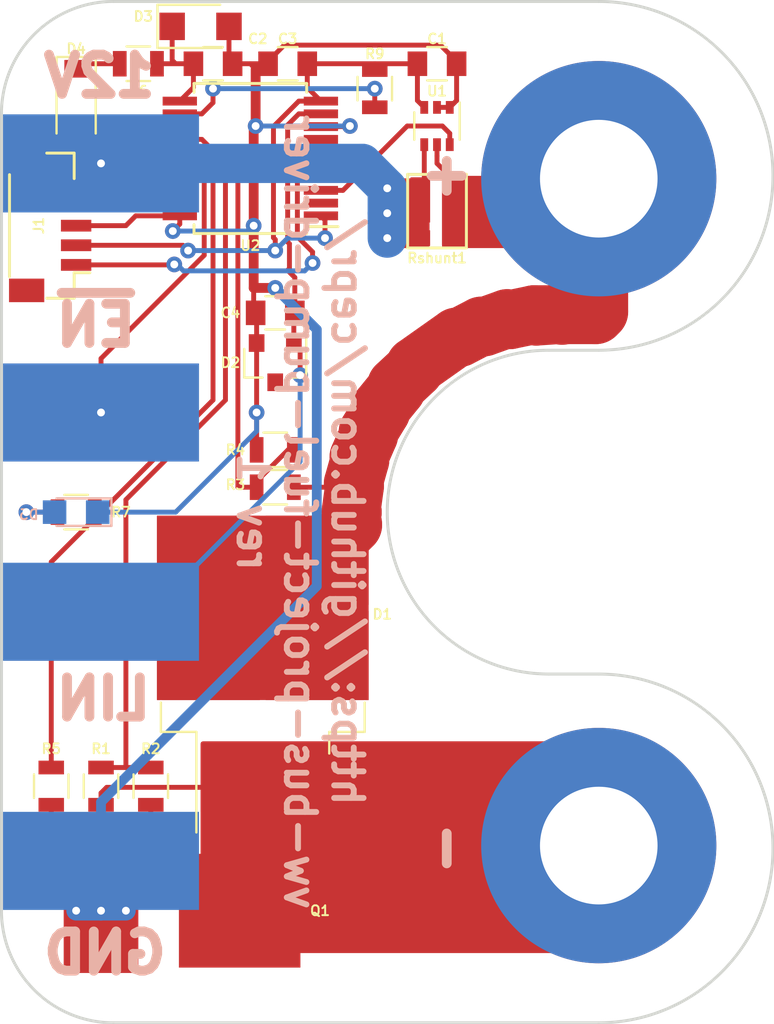
<source format=kicad_pcb>
(kicad_pcb (version 20171130) (host pcbnew 5.0.2-bee76a0~70~ubuntu18.04.1)

  (general
    (thickness 1.6)
    (drawings 17)
    (tracks 230)
    (zones 0)
    (modules 27)
    (nets 20)
  )

  (page A4)
  (layers
    (0 F.Cu signal hide)
    (31 B.Cu signal hide)
    (32 B.Adhes user hide)
    (33 F.Adhes user hide)
    (34 B.Paste user hide)
    (35 F.Paste user hide)
    (36 B.SilkS user hide)
    (37 F.SilkS user)
    (38 B.Mask user hide)
    (39 F.Mask user hide)
    (40 Dwgs.User user hide)
    (41 Cmts.User user hide)
    (42 Eco1.User user hide)
    (43 Eco2.User user hide)
    (44 Edge.Cuts user)
    (45 Margin user hide)
    (46 B.CrtYd user hide)
    (47 F.CrtYd user hide)
    (48 B.Fab user hide)
    (49 F.Fab user)
  )

  (setup
    (last_trace_width 0.25)
    (trace_clearance 0.2)
    (zone_clearance 0.508)
    (zone_45_only no)
    (trace_min 0.2)
    (segment_width 0.2)
    (edge_width 0.15)
    (via_size 0.8)
    (via_drill 0.4)
    (via_min_size 0.4)
    (via_min_drill 0.3)
    (uvia_size 0.3)
    (uvia_drill 0.1)
    (uvias_allowed no)
    (uvia_min_size 0.2)
    (uvia_min_drill 0.1)
    (pcb_text_width 0.3)
    (pcb_text_size 1.5 1.5)
    (mod_edge_width 0.15)
    (mod_text_size 1 1)
    (mod_text_width 0.15)
    (pad_size 1.524 1.524)
    (pad_drill 0.762)
    (pad_to_mask_clearance 0.051)
    (solder_mask_min_width 0.25)
    (aux_axis_origin 0 0)
    (visible_elements FFFFFF7F)
    (pcbplotparams
      (layerselection 0x010fc_ffffffff)
      (usegerberextensions false)
      (usegerberattributes false)
      (usegerberadvancedattributes false)
      (creategerberjobfile false)
      (excludeedgelayer true)
      (linewidth 0.100000)
      (plotframeref false)
      (viasonmask false)
      (mode 1)
      (useauxorigin false)
      (hpglpennumber 1)
      (hpglpenspeed 20)
      (hpglpendiameter 15.000000)
      (psnegative false)
      (psa4output false)
      (plotreference true)
      (plotvalue true)
      (plotinvisibletext false)
      (padsonsilk false)
      (subtractmaskfromsilk false)
      (outputformat 1)
      (mirror false)
      (drillshape 1)
      (scaleselection 1)
      (outputdirectory ""))
  )

  (net 0 "")
  (net 1 GND)
  (net 2 +5V)
  (net 3 "Net-(Q1-Pad1)")
  (net 4 +12V)
  (net 5 "Net-(C2-Pad1)")
  (net 6 "Net-(D4-Pad1)")
  (net 7 "Net-(D5-Pad2)")
  (net 8 "Net-(R9-Pad1)")
  (net 9 /MCU/LIN)
  (net 10 /Frontend/OUT+)
  (net 11 /Frontend/OUT-)
  (net 12 /MCU/ICSPCLK)
  (net 13 /MCU/ICSPDAT)
  (net 14 /MCU/~MCLR)
  (net 15 /MCU/EXT_EN)
  (net 16 /Frontend/OUT-SENSE)
  (net 17 /Frontend/OUT+SENSE)
  (net 18 /Frontend/EN)
  (net 19 /Frontend/CURRENT_SENSE)

  (net_class Default "This is the default net class."
    (clearance 0.2)
    (trace_width 0.25)
    (via_dia 0.8)
    (via_drill 0.4)
    (uvia_dia 0.3)
    (uvia_drill 0.1)
    (add_net +12V)
    (add_net +5V)
    (add_net /Frontend/CURRENT_SENSE)
    (add_net /Frontend/EN)
    (add_net /Frontend/OUT+)
    (add_net /Frontend/OUT+SENSE)
    (add_net /Frontend/OUT-)
    (add_net /Frontend/OUT-SENSE)
    (add_net /MCU/EXT_EN)
    (add_net /MCU/ICSPCLK)
    (add_net /MCU/ICSPDAT)
    (add_net /MCU/LIN)
    (add_net /MCU/~MCLR)
    (add_net GND)
    (add_net "Net-(C2-Pad1)")
    (add_net "Net-(D4-Pad1)")
    (add_net "Net-(D5-Pad2)")
    (add_net "Net-(Q1-Pad1)")
    (add_net "Net-(R9-Pad1)")
  )

  (module Project:369C (layer F.Cu) (tedit 5C5F8C88) (tstamp 5C5F9190)
    (at 131.445 121.92 270)
    (descr "369C ON Semi")
    (tags 369C)
    (path /5C621B5A/5C6233B9)
    (solder_mask_margin 0.05)
    (attr smd)
    (fp_text reference Q1 (at 0 -6.731 180) (layer F.SilkS)
      (effects (font (size 0.5 0.5) (thickness 0.1)))
    )
    (fp_text value NCV8401BDTRKG (at 0 1.25 270) (layer F.Fab) hide
      (effects (font (size 0.4 0.4) (thickness 0.1)))
    )
    (fp_line (start -2.7 -5) (end -2.7 -4.2) (layer F.Fab) (width 0.15))
    (fp_line (start 2.7 -5) (end 2.7 -4.2) (layer F.Fab) (width 0.15))
    (fp_line (start 0.3 3) (end 0.3 2) (layer F.Fab) (width 0.15))
    (fp_line (start -0.25 3) (end 0.25 3) (layer F.Fab) (width 0.15))
    (fp_line (start -0.3 2) (end -0.3 3) (layer F.Fab) (width 0.15))
    (fp_line (start 2.6 5) (end 2.6 2) (layer F.Fab) (width 0.15))
    (fp_line (start 2 5) (end 2.6 5) (layer F.Fab) (width 0.15))
    (fp_line (start 2 2) (end 2 5) (layer F.Fab) (width 0.15))
    (fp_line (start -2 2) (end -2 5) (layer F.Fab) (width 0.15))
    (fp_line (start -2.6 5) (end -2 5) (layer F.Fab) (width 0.15))
    (fp_line (start -2.6 2) (end -2.6 5) (layer F.Fab) (width 0.15))
    (fp_line (start -2.7 -5) (end 2.7 -5) (layer F.Fab) (width 0.15))
    (fp_line (start 3.5 -6) (end 3.5 5.3) (layer F.CrtYd) (width 0.05))
    (fp_line (start -3.5 -6) (end -3.5 5.3) (layer F.CrtYd) (width 0.05))
    (fp_line (start -3.5 5.3) (end 3.5 5.3) (layer F.CrtYd) (width 0.05))
    (fp_line (start -3.5 -6) (end 3.5 -6) (layer F.CrtYd) (width 0.05))
    (fp_text user %R (at 0 -2 270) (layer F.Fab)
      (effects (font (size 0.5 0.5) (thickness 0.1)))
    )
    (fp_line (start 3.25 -4.2) (end -3.25 -4.2) (layer F.Fab) (width 0.15))
    (fp_line (start -3.25 -4.2) (end -3.25 2) (layer F.Fab) (width 0.15))
    (fp_line (start -3.25 2) (end 3.25 2) (layer F.Fab) (width 0.15))
    (fp_line (start 3.25 2) (end 3.25 -4.2) (layer F.Fab) (width 0.15))
    (pad 1 smd rect (at -2.286 4.55 270) (size 1.6 3) (layers F.Cu F.Paste F.Mask)
      (net 3 "Net-(Q1-Pad1)"))
    (pad 2 smd rect (at 0 -2.63 270) (size 5.8 6.2) (layers F.Cu F.Paste F.Mask)
      (net 11 /Frontend/OUT-))
    (pad 3 smd rect (at 2.286 4.55 270) (size 1.6 3) (layers F.Cu F.Paste F.Mask)
      (net 1 GND))
    (model C:/Cad/Footprint/DPAK/3D/369A.step
      (at (xyz 0 0 0))
      (scale (xyz 1 1 1))
      (rotate (xyz 0 0 0))
    )
  )

  (module Project:CST0612 (layer F.Cu) (tedit 5C7AC4AD) (tstamp 5C5F8D24)
    (at 144.145 87.63)
    (path /5C621B5A/5C6233DE)
    (fp_text reference Rshunt1 (at 0 1.016 180) (layer F.SilkS)
      (effects (font (size 0.5 0.5) (thickness 0.1)))
    )
    (fp_text value 750u (at 0 1.778) (layer F.Fab)
      (effects (font (size 0.5 0.5) (thickness 0.1)))
    )
    (fp_line (start -1 0.3) (end -1 -3.1) (layer F.CrtYd) (width 0.15))
    (fp_line (start 1 0.3) (end -1 0.3) (layer F.CrtYd) (width 0.15))
    (fp_line (start 1 -3.1) (end 1 0.3) (layer F.CrtYd) (width 0.15))
    (fp_line (start -1 -3.1) (end 1 -3.1) (layer F.CrtYd) (width 0.15))
    (fp_line (start -0.85 -0.35) (end -0.85 0.15) (layer F.Fab) (width 0.15))
    (fp_line (start 0.85 -0.35) (end 0.85 0.15) (layer F.Fab) (width 0.15))
    (fp_line (start 0.45 -0.85) (end 0.85 -0.85) (layer F.Fab) (width 0.15))
    (fp_line (start -0.85 -0.85) (end -0.45 -0.85) (layer F.Fab) (width 0.15))
    (fp_line (start 0.45 -0.35) (end 0.85 -0.35) (layer F.Fab) (width 0.15))
    (fp_line (start -0.85 -0.35) (end -0.45 -0.35) (layer F.Fab) (width 0.15))
    (fp_line (start 0.45 -2.95) (end 0.45 0.15) (layer F.Fab) (width 0.15))
    (fp_line (start -0.45 -2.95) (end -0.45 0.15) (layer F.Fab) (width 0.15))
    (fp_line (start -0.85 -0.85) (end -0.85 -2.95) (layer F.Fab) (width 0.15))
    (fp_line (start 0.85 0.15) (end -0.85 0.15) (layer F.Fab) (width 0.15))
    (fp_line (start 0.85 -2.95) (end 0.85 -0.85) (layer F.Fab) (width 0.15))
    (fp_line (start -0.85 -2.95) (end 0.85 -2.95) (layer F.Fab) (width 0.15))
    (fp_line (start -1.5 0.5) (end -1.5 -3.25) (layer F.SilkS) (width 0.15))
    (fp_line (start 1.5 0.5) (end -1.5 0.5) (layer F.SilkS) (width 0.15))
    (fp_line (start 1.5 -3.25) (end 1.5 0.5) (layer F.SilkS) (width 0.15))
    (fp_line (start -1.5 -3.25) (end 1.5 -3.25) (layer F.SilkS) (width 0.15))
    (pad 2 smd rect (at 0.85 -1.95) (size 1 2.3) (layers F.Cu F.Paste F.Mask)
      (net 10 /Frontend/OUT+))
    (pad 1 smd rect (at -0.85 -1.95) (size 1 2.3) (layers F.Cu F.Paste F.Mask)
      (net 4 +12V))
    (pad 2 smd rect (at 0.85 0) (size 1 0.8) (layers F.Cu F.Paste F.Mask)
      (net 10 /Frontend/OUT+))
    (pad 1 smd rect (at -0.85 0) (size 1 0.8) (layers F.Cu F.Paste F.Mask)
      (net 4 +12V))
  )

  (module Capacitors_SMD:C_0805 (layer F.Cu) (tedit 5C7AC4C7) (tstamp 5C5F8C81)
    (at 144.145 78.74)
    (descr "Capacitor SMD 0805, reflow soldering, AVX (see smccp.pdf)")
    (tags "capacitor 0805")
    (path /5C621B5A/5C623430)
    (attr smd)
    (fp_text reference C1 (at 0 -1.27 180) (layer F.SilkS)
      (effects (font (size 0.5 0.5) (thickness 0.1)))
    )
    (fp_text value 100n (at 2.159 0) (layer F.Fab)
      (effects (font (size 0.5 0.5) (thickness 0.1)))
    )
    (fp_line (start 1.75 0.87) (end -1.75 0.87) (layer F.CrtYd) (width 0.05))
    (fp_line (start 1.75 0.87) (end 1.75 -0.88) (layer F.CrtYd) (width 0.05))
    (fp_line (start -1.75 -0.88) (end -1.75 0.87) (layer F.CrtYd) (width 0.05))
    (fp_line (start -1.75 -0.88) (end 1.75 -0.88) (layer F.CrtYd) (width 0.05))
    (fp_line (start -0.5 0.85) (end 0.5 0.85) (layer F.SilkS) (width 0.12))
    (fp_line (start 0.5 -0.85) (end -0.5 -0.85) (layer F.SilkS) (width 0.12))
    (fp_line (start -1 -0.62) (end 1 -0.62) (layer F.Fab) (width 0.1))
    (fp_line (start 1 -0.62) (end 1 0.62) (layer F.Fab) (width 0.1))
    (fp_line (start 1 0.62) (end -1 0.62) (layer F.Fab) (width 0.1))
    (fp_line (start -1 0.62) (end -1 -0.62) (layer F.Fab) (width 0.1))
    (fp_text user %R (at 0 0) (layer F.Fab)
      (effects (font (size 0.5 0.5) (thickness 0.1)))
    )
    (pad 2 smd rect (at 1 0) (size 1 1.25) (layers F.Cu F.Paste F.Mask)
      (net 1 GND))
    (pad 1 smd rect (at -1 0) (size 1 1.25) (layers F.Cu F.Paste F.Mask)
      (net 2 +5V))
    (model Capacitors_SMD.3dshapes/C_0805.wrl
      (at (xyz 0 0 0))
      (scale (xyz 1 1 1))
      (rotate (xyz 0 0 0))
    )
  )

  (module TO_SOT_Packages_SMD:TO-263-2 (layer F.Cu) (tedit 5C7AC49C) (tstamp 5C5F8CA5)
    (at 135.255 109.855 90)
    (descr "TO-263 / D2PAK / DDPAK SMD package, http://www.infineon.com/cms/en/product/packages/PG-TO263/PG-TO263-3-1/")
    (tags "D2PAK DDPAK TO-263 D2PAK-3 TO-263-3 SOT-404")
    (path /5C621B5A/5C62341D)
    (attr smd)
    (fp_text reference D1 (at 3.048 6.096) (layer F.SilkS)
      (effects (font (size 0.5 0.5) (thickness 0.1)))
    )
    (fp_text value VB30100S-E3/8W (at 1.397 1.27 90) (layer F.Fab)
      (effects (font (size 0.5 0.5) (thickness 0.1)))
    )
    (fp_text user %R (at 0 0 90) (layer F.Fab)
      (effects (font (size 1 1) (thickness 0.15)))
    )
    (fp_line (start 8.32 -5.65) (end -8.32 -5.65) (layer F.CrtYd) (width 0.05))
    (fp_line (start 8.32 5.65) (end 8.32 -5.65) (layer F.CrtYd) (width 0.05))
    (fp_line (start -8.32 5.65) (end 8.32 5.65) (layer F.CrtYd) (width 0.05))
    (fp_line (start -8.32 -5.65) (end -8.32 5.65) (layer F.CrtYd) (width 0.05))
    (fp_line (start -2.95 3.39) (end -4.05 3.39) (layer F.SilkS) (width 0.12))
    (fp_line (start -2.95 5.2) (end -2.95 3.39) (layer F.SilkS) (width 0.12))
    (fp_line (start -1.45 5.2) (end -2.95 5.2) (layer F.SilkS) (width 0.12))
    (fp_line (start -2.95 -3.39) (end -8.075 -3.39) (layer F.SilkS) (width 0.12))
    (fp_line (start -2.95 -5.2) (end -2.95 -3.39) (layer F.SilkS) (width 0.12))
    (fp_line (start -1.45 -5.2) (end -2.95 -5.2) (layer F.SilkS) (width 0.12))
    (fp_line (start -7.45 3.04) (end -2.75 3.04) (layer F.Fab) (width 0.1))
    (fp_line (start -7.45 2.04) (end -7.45 3.04) (layer F.Fab) (width 0.1))
    (fp_line (start -2.75 2.04) (end -7.45 2.04) (layer F.Fab) (width 0.1))
    (fp_line (start -7.45 -2.04) (end -2.75 -2.04) (layer F.Fab) (width 0.1))
    (fp_line (start -7.45 -3.04) (end -7.45 -2.04) (layer F.Fab) (width 0.1))
    (fp_line (start -2.75 -3.04) (end -7.45 -3.04) (layer F.Fab) (width 0.1))
    (fp_line (start -1.75 -5) (end 6.5 -5) (layer F.Fab) (width 0.1))
    (fp_line (start -2.75 -4) (end -1.75 -5) (layer F.Fab) (width 0.1))
    (fp_line (start -2.75 5) (end -2.75 -4) (layer F.Fab) (width 0.1))
    (fp_line (start 6.5 5) (end -2.75 5) (layer F.Fab) (width 0.1))
    (fp_line (start 6.5 -5) (end 6.5 5) (layer F.Fab) (width 0.1))
    (fp_line (start 7.5 5) (end 6.5 5) (layer F.Fab) (width 0.1))
    (fp_line (start 7.5 -5) (end 7.5 5) (layer F.Fab) (width 0.1))
    (fp_line (start 6.5 -5) (end 7.5 -5) (layer F.Fab) (width 0.1))
    (pad 2 smd rect (at 0.95 2.775 90) (size 4.55 5.25) (layers F.Cu F.Paste)
      (net 10 /Frontend/OUT+))
    (pad 2 smd rect (at 5.8 -2.775 90) (size 4.55 5.25) (layers F.Cu F.Paste)
      (net 10 /Frontend/OUT+))
    (pad 2 smd rect (at 0.95 -2.775 90) (size 4.55 5.25) (layers F.Cu F.Paste)
      (net 10 /Frontend/OUT+))
    (pad 2 smd rect (at 5.8 2.775 90) (size 4.55 5.25) (layers F.Cu F.Paste)
      (net 10 /Frontend/OUT+))
    (pad 2 smd rect (at 3.375 0 90) (size 9.4 10.8) (layers F.Cu F.Mask)
      (net 10 /Frontend/OUT+))
    (pad 3 smd rect (at -5.775 2.54 90) (size 4.6 1.1) (layers F.Cu F.Paste F.Mask)
      (net 11 /Frontend/OUT-))
    (pad 1 smd rect (at -5.775 -2.54 90) (size 4.6 1.1) (layers F.Cu F.Paste F.Mask)
      (net 11 /Frontend/OUT-))
    (model ${KISYS3DMOD}/TO_SOT_Packages_SMD.3dshapes/TO-263-2.wrl
      (at (xyz 0 0 0))
      (scale (xyz 1 1 1))
      (rotate (xyz 0 0 0))
    )
  )

  (module Project:fuel_pump (layer F.Cu) (tedit 5C606FD4) (tstamp 5C69D87F)
    (at 152.4 101.6)
    (path /5C63FD8D)
    (fp_text reference M1 (at 0 0.5) (layer F.SilkS) hide
      (effects (font (size 1 1) (thickness 0.15)))
    )
    (fp_text value Motor_DC (at 0 -0.5) (layer F.Fab)
      (effects (font (size 1 1) (thickness 0.15)))
    )
    (fp_line (start 10 2) (end 7 2) (layer F.Fab) (width 0.15))
    (fp_line (start 10 -2) (end 7 -2) (layer F.Fab) (width 0.15))
    (fp_line (start -10 2) (end -7 2) (layer F.Fab) (width 0.15))
    (fp_line (start -10 -2) (end -7 -2) (layer F.Fab) (width 0.15))
    (fp_line (start -10 -2) (end -10 2) (layer F.Fab) (width 0.15))
    (fp_line (start 10 -2) (end 10 2) (layer F.Fab) (width 0.15))
    (fp_circle (center 0 0) (end 26 0) (layer F.Fab) (width 0.15))
    (fp_circle (center 0 0) (end 7 0) (layer F.Fab) (width 0.15))
    (pad 2 thru_hole circle (at 0 17) (size 12 12) (drill 6) (layers *.Cu *.Mask)
      (net 11 /Frontend/OUT-))
    (pad 1 thru_hole circle (at 0 -17) (size 12 12) (drill 6) (layers *.Cu *.Mask)
      (net 10 /Frontend/OUT+))
  )

  (module Resistors_SMD:R_0805 (layer F.Cu) (tedit 5C7AC48E) (tstamp 5C608911)
    (at 127 115.57 90)
    (descr "Resistor SMD 0805, reflow soldering, Vishay (see dcrcw.pdf)")
    (tags "resistor 0805")
    (path /5C621B5A/5C6233FD)
    (attr smd)
    (fp_text reference R1 (at 1.905 0 180) (layer F.SilkS)
      (effects (font (size 0.5 0.5) (thickness 0.1)))
    )
    (fp_text value 22.1k (at -1.524 0 180) (layer F.Fab)
      (effects (font (size 0.5 0.5) (thickness 0.1)))
    )
    (fp_line (start 1.55 0.9) (end -1.55 0.9) (layer F.CrtYd) (width 0.05))
    (fp_line (start 1.55 0.9) (end 1.55 -0.9) (layer F.CrtYd) (width 0.05))
    (fp_line (start -1.55 -0.9) (end -1.55 0.9) (layer F.CrtYd) (width 0.05))
    (fp_line (start -1.55 -0.9) (end 1.55 -0.9) (layer F.CrtYd) (width 0.05))
    (fp_line (start -0.6 -0.88) (end 0.6 -0.88) (layer F.SilkS) (width 0.12))
    (fp_line (start 0.6 0.88) (end -0.6 0.88) (layer F.SilkS) (width 0.12))
    (fp_line (start -1 -0.62) (end 1 -0.62) (layer F.Fab) (width 0.1))
    (fp_line (start 1 -0.62) (end 1 0.62) (layer F.Fab) (width 0.1))
    (fp_line (start 1 0.62) (end -1 0.62) (layer F.Fab) (width 0.1))
    (fp_line (start -1 0.62) (end -1 -0.62) (layer F.Fab) (width 0.1))
    (fp_text user %R (at 0 0 90) (layer F.Fab)
      (effects (font (size 0.5 0.5) (thickness 0.075)))
    )
    (pad 2 smd rect (at 0.95 0 90) (size 0.7 1.3) (layers F.Cu F.Paste F.Mask)
      (net 16 /Frontend/OUT-SENSE))
    (pad 1 smd rect (at -0.95 0 90) (size 0.7 1.3) (layers F.Cu F.Paste F.Mask)
      (net 11 /Frontend/OUT-))
    (model ${KISYS3DMOD}/Resistors_SMD.3dshapes/R_0805.wrl
      (at (xyz 0 0 0))
      (scale (xyz 1 1 1))
      (rotate (xyz 0 0 0))
    )
  )

  (module Resistors_SMD:R_0805 (layer F.Cu) (tedit 5C7AC484) (tstamp 5C608941)
    (at 129.54 115.57 270)
    (descr "Resistor SMD 0805, reflow soldering, Vishay (see dcrcw.pdf)")
    (tags "resistor 0805")
    (path /5C621B5A/5C6233F5)
    (attr smd)
    (fp_text reference R2 (at -1.905 0) (layer F.SilkS)
      (effects (font (size 0.5 0.5) (thickness 0.1)))
    )
    (fp_text value 10.7k (at 1.524 -0.127) (layer F.Fab)
      (effects (font (size 0.5 0.5) (thickness 0.1)))
    )
    (fp_text user %R (at 0 0 270) (layer F.Fab)
      (effects (font (size 0.5 0.5) (thickness 0.075)))
    )
    (fp_line (start -1 0.62) (end -1 -0.62) (layer F.Fab) (width 0.1))
    (fp_line (start 1 0.62) (end -1 0.62) (layer F.Fab) (width 0.1))
    (fp_line (start 1 -0.62) (end 1 0.62) (layer F.Fab) (width 0.1))
    (fp_line (start -1 -0.62) (end 1 -0.62) (layer F.Fab) (width 0.1))
    (fp_line (start 0.6 0.88) (end -0.6 0.88) (layer F.SilkS) (width 0.12))
    (fp_line (start -0.6 -0.88) (end 0.6 -0.88) (layer F.SilkS) (width 0.12))
    (fp_line (start -1.55 -0.9) (end 1.55 -0.9) (layer F.CrtYd) (width 0.05))
    (fp_line (start -1.55 -0.9) (end -1.55 0.9) (layer F.CrtYd) (width 0.05))
    (fp_line (start 1.55 0.9) (end 1.55 -0.9) (layer F.CrtYd) (width 0.05))
    (fp_line (start 1.55 0.9) (end -1.55 0.9) (layer F.CrtYd) (width 0.05))
    (pad 1 smd rect (at -0.95 0 270) (size 0.7 1.3) (layers F.Cu F.Paste F.Mask)
      (net 16 /Frontend/OUT-SENSE))
    (pad 2 smd rect (at 0.95 0 270) (size 0.7 1.3) (layers F.Cu F.Paste F.Mask)
      (net 1 GND))
    (model ${KISYS3DMOD}/Resistors_SMD.3dshapes/R_0805.wrl
      (at (xyz 0 0 0))
      (scale (xyz 1 1 1))
      (rotate (xyz 0 0 0))
    )
  )

  (module Resistors_SMD:R_0805 (layer F.Cu) (tedit 5C7AC456) (tstamp 5C609E65)
    (at 135.89 100.33 180)
    (descr "Resistor SMD 0805, reflow soldering, Vishay (see dcrcw.pdf)")
    (tags "resistor 0805")
    (path /5C621B5A/5C623462)
    (attr smd)
    (fp_text reference R3 (at 2.032 0.127 180) (layer F.SilkS)
      (effects (font (size 0.5 0.5) (thickness 0.1)))
    )
    (fp_text value 22.1k (at -2.413 0 180) (layer F.Fab)
      (effects (font (size 0.5 0.5) (thickness 0.1)))
    )
    (fp_text user %R (at 0 0 180) (layer F.Fab)
      (effects (font (size 0.5 0.5) (thickness 0.075)))
    )
    (fp_line (start -1 0.62) (end -1 -0.62) (layer F.Fab) (width 0.1))
    (fp_line (start 1 0.62) (end -1 0.62) (layer F.Fab) (width 0.1))
    (fp_line (start 1 -0.62) (end 1 0.62) (layer F.Fab) (width 0.1))
    (fp_line (start -1 -0.62) (end 1 -0.62) (layer F.Fab) (width 0.1))
    (fp_line (start 0.6 0.88) (end -0.6 0.88) (layer F.SilkS) (width 0.12))
    (fp_line (start -0.6 -0.88) (end 0.6 -0.88) (layer F.SilkS) (width 0.12))
    (fp_line (start -1.55 -0.9) (end 1.55 -0.9) (layer F.CrtYd) (width 0.05))
    (fp_line (start -1.55 -0.9) (end -1.55 0.9) (layer F.CrtYd) (width 0.05))
    (fp_line (start 1.55 0.9) (end 1.55 -0.9) (layer F.CrtYd) (width 0.05))
    (fp_line (start 1.55 0.9) (end -1.55 0.9) (layer F.CrtYd) (width 0.05))
    (pad 1 smd rect (at -0.95 0 180) (size 0.7 1.3) (layers F.Cu F.Paste F.Mask)
      (net 10 /Frontend/OUT+))
    (pad 2 smd rect (at 0.95 0 180) (size 0.7 1.3) (layers F.Cu F.Paste F.Mask)
      (net 17 /Frontend/OUT+SENSE))
    (model ${KISYS3DMOD}/Resistors_SMD.3dshapes/R_0805.wrl
      (at (xyz 0 0 0))
      (scale (xyz 1 1 1))
      (rotate (xyz 0 0 0))
    )
  )

  (module Resistors_SMD:R_0805 (layer F.Cu) (tedit 5C7AC45D) (tstamp 5C608D31)
    (at 135.89 98.425 180)
    (descr "Resistor SMD 0805, reflow soldering, Vishay (see dcrcw.pdf)")
    (tags "resistor 0805")
    (path /5C621B5A/5C62346A)
    (attr smd)
    (fp_text reference R4 (at 2.032 0) (layer F.SilkS)
      (effects (font (size 0.5 0.5) (thickness 0.1)))
    )
    (fp_text value 10.7k (at -2.413 0 180) (layer F.Fab)
      (effects (font (size 0.5 0.5) (thickness 0.1)))
    )
    (fp_line (start 1.55 0.9) (end -1.55 0.9) (layer F.CrtYd) (width 0.05))
    (fp_line (start 1.55 0.9) (end 1.55 -0.9) (layer F.CrtYd) (width 0.05))
    (fp_line (start -1.55 -0.9) (end -1.55 0.9) (layer F.CrtYd) (width 0.05))
    (fp_line (start -1.55 -0.9) (end 1.55 -0.9) (layer F.CrtYd) (width 0.05))
    (fp_line (start -0.6 -0.88) (end 0.6 -0.88) (layer F.SilkS) (width 0.12))
    (fp_line (start 0.6 0.88) (end -0.6 0.88) (layer F.SilkS) (width 0.12))
    (fp_line (start -1 -0.62) (end 1 -0.62) (layer F.Fab) (width 0.1))
    (fp_line (start 1 -0.62) (end 1 0.62) (layer F.Fab) (width 0.1))
    (fp_line (start 1 0.62) (end -1 0.62) (layer F.Fab) (width 0.1))
    (fp_line (start -1 0.62) (end -1 -0.62) (layer F.Fab) (width 0.1))
    (fp_text user %R (at 0 0 180) (layer F.Fab)
      (effects (font (size 0.5 0.5) (thickness 0.075)))
    )
    (pad 2 smd rect (at 0.95 0 180) (size 0.7 1.3) (layers F.Cu F.Paste F.Mask)
      (net 1 GND))
    (pad 1 smd rect (at -0.95 0 180) (size 0.7 1.3) (layers F.Cu F.Paste F.Mask)
      (net 17 /Frontend/OUT+SENSE))
    (model ${KISYS3DMOD}/Resistors_SMD.3dshapes/R_0805.wrl
      (at (xyz 0 0 0))
      (scale (xyz 1 1 1))
      (rotate (xyz 0 0 0))
    )
  )

  (module Resistors_SMD:R_0805 (layer F.Cu) (tedit 5C7AC477) (tstamp 5C6089AA)
    (at 124.46 115.57 90)
    (descr "Resistor SMD 0805, reflow soldering, Vishay (see dcrcw.pdf)")
    (tags "resistor 0805")
    (path /5C621B5A/5C6233CD)
    (attr smd)
    (fp_text reference R5 (at 1.905 0 180) (layer F.SilkS)
      (effects (font (size 0.5 0.5) (thickness 0.1)))
    )
    (fp_text value 150 (at -1.524 0 180) (layer F.Fab)
      (effects (font (size 0.5 0.5) (thickness 0.1)))
    )
    (fp_line (start 1.55 0.9) (end -1.55 0.9) (layer F.CrtYd) (width 0.05))
    (fp_line (start 1.55 0.9) (end 1.55 -0.9) (layer F.CrtYd) (width 0.05))
    (fp_line (start -1.55 -0.9) (end -1.55 0.9) (layer F.CrtYd) (width 0.05))
    (fp_line (start -1.55 -0.9) (end 1.55 -0.9) (layer F.CrtYd) (width 0.05))
    (fp_line (start -0.6 -0.88) (end 0.6 -0.88) (layer F.SilkS) (width 0.12))
    (fp_line (start 0.6 0.88) (end -0.6 0.88) (layer F.SilkS) (width 0.12))
    (fp_line (start -1 -0.62) (end 1 -0.62) (layer F.Fab) (width 0.1))
    (fp_line (start 1 -0.62) (end 1 0.62) (layer F.Fab) (width 0.1))
    (fp_line (start 1 0.62) (end -1 0.62) (layer F.Fab) (width 0.1))
    (fp_line (start -1 0.62) (end -1 -0.62) (layer F.Fab) (width 0.1))
    (fp_text user %R (at 0 0 90) (layer F.Fab)
      (effects (font (size 0.5 0.5) (thickness 0.075)))
    )
    (pad 2 smd rect (at 0.95 0 90) (size 0.7 1.3) (layers F.Cu F.Paste F.Mask)
      (net 18 /Frontend/EN))
    (pad 1 smd rect (at -0.95 0 90) (size 0.7 1.3) (layers F.Cu F.Paste F.Mask)
      (net 3 "Net-(Q1-Pad1)"))
    (model ${KISYS3DMOD}/Resistors_SMD.3dshapes/R_0805.wrl
      (at (xyz 0 0 0))
      (scale (xyz 1 1 1))
      (rotate (xyz 0 0 0))
    )
  )

  (module TO_SOT_Packages_SMD:SOT-363_SC-70-6 (layer F.Cu) (tedit 5C7AC4BB) (tstamp 5C5F8D3A)
    (at 144.145 81.915 270)
    (descr "SOT-363, SC-70-6")
    (tags "SOT-363 SC-70-6")
    (path /5C621B5A/5C6233D6)
    (attr smd)
    (fp_text reference U1 (at -1.778 0) (layer F.SilkS)
      (effects (font (size 0.5 0.5) (thickness 0.1)))
    )
    (fp_text value INA199x3_SC70 (at 0 -4.572 180) (layer F.Fab)
      (effects (font (size 0.5 0.5) (thickness 0.1)))
    )
    (fp_line (start -0.175 -1.1) (end -0.675 -0.6) (layer F.Fab) (width 0.1))
    (fp_line (start 0.675 1.1) (end -0.675 1.1) (layer F.Fab) (width 0.1))
    (fp_line (start 0.675 -1.1) (end 0.675 1.1) (layer F.Fab) (width 0.1))
    (fp_line (start -1.6 1.4) (end 1.6 1.4) (layer F.CrtYd) (width 0.05))
    (fp_line (start -0.675 -0.6) (end -0.675 1.1) (layer F.Fab) (width 0.1))
    (fp_line (start 0.675 -1.1) (end -0.175 -1.1) (layer F.Fab) (width 0.1))
    (fp_line (start -1.6 -1.4) (end 1.6 -1.4) (layer F.CrtYd) (width 0.05))
    (fp_line (start -1.6 -1.4) (end -1.6 1.4) (layer F.CrtYd) (width 0.05))
    (fp_line (start 1.6 1.4) (end 1.6 -1.4) (layer F.CrtYd) (width 0.05))
    (fp_line (start -0.7 1.16) (end 0.7 1.16) (layer F.SilkS) (width 0.12))
    (fp_line (start 0.7 -1.16) (end -1.2 -1.16) (layer F.SilkS) (width 0.12))
    (fp_text user %R (at 0 0) (layer F.Fab)
      (effects (font (size 0.5 0.5) (thickness 0.075)))
    )
    (pad 6 smd rect (at 0.95 -0.65 270) (size 0.65 0.4) (layers F.Cu F.Paste F.Mask)
      (net 19 /Frontend/CURRENT_SENSE))
    (pad 4 smd rect (at 0.95 0.65 270) (size 0.65 0.4) (layers F.Cu F.Paste F.Mask)
      (net 4 +12V))
    (pad 2 smd rect (at -0.95 0 270) (size 0.65 0.4) (layers F.Cu F.Paste F.Mask)
      (net 1 GND))
    (pad 5 smd rect (at 0.95 0 270) (size 0.65 0.4) (layers F.Cu F.Paste F.Mask)
      (net 10 /Frontend/OUT+))
    (pad 3 smd rect (at -0.95 0.65 270) (size 0.65 0.4) (layers F.Cu F.Paste F.Mask)
      (net 2 +5V))
    (pad 1 smd rect (at -0.95 -0.65 270) (size 0.65 0.4) (layers F.Cu F.Paste F.Mask)
      (net 1 GND))
    (model ${KISYS3DMOD}/TO_SOT_Packages_SMD.3dshapes/SOT-363_SC-70-6.wrl
      (at (xyz 0 0 0))
      (scale (xyz 1 1 1))
      (rotate (xyz 0 0 0))
    )
  )

  (module Capacitors_SMD:C_0805 (layer F.Cu) (tedit 5C7AC50E) (tstamp 5C608AF4)
    (at 132.715 78.74)
    (descr "Capacitor SMD 0805, reflow soldering, AVX (see smccp.pdf)")
    (tags "capacitor 0805")
    (path /5C621B73/5C6242A8)
    (attr smd)
    (fp_text reference C2 (at 2.286 -1.27) (layer F.SilkS)
      (effects (font (size 0.5 0.5) (thickness 0.1)))
    )
    (fp_text value 22uF (at 2.159 -2.032) (layer F.Fab)
      (effects (font (size 0.5 0.5) (thickness 0.1)))
    )
    (fp_line (start 1.75 0.87) (end -1.75 0.87) (layer F.CrtYd) (width 0.05))
    (fp_line (start 1.75 0.87) (end 1.75 -0.88) (layer F.CrtYd) (width 0.05))
    (fp_line (start -1.75 -0.88) (end -1.75 0.87) (layer F.CrtYd) (width 0.05))
    (fp_line (start -1.75 -0.88) (end 1.75 -0.88) (layer F.CrtYd) (width 0.05))
    (fp_line (start -0.5 0.85) (end 0.5 0.85) (layer F.SilkS) (width 0.12))
    (fp_line (start 0.5 -0.85) (end -0.5 -0.85) (layer F.SilkS) (width 0.12))
    (fp_line (start -1 -0.62) (end 1 -0.62) (layer F.Fab) (width 0.1))
    (fp_line (start 1 -0.62) (end 1 0.62) (layer F.Fab) (width 0.1))
    (fp_line (start 1 0.62) (end -1 0.62) (layer F.Fab) (width 0.1))
    (fp_line (start -1 0.62) (end -1 -0.62) (layer F.Fab) (width 0.1))
    (fp_text user %R (at 0 0) (layer F.Fab)
      (effects (font (size 0.5 0.5) (thickness 0.1)))
    )
    (pad 2 smd rect (at 1 0) (size 1 1.25) (layers F.Cu F.Paste F.Mask)
      (net 1 GND))
    (pad 1 smd rect (at -1 0) (size 1 1.25) (layers F.Cu F.Paste F.Mask)
      (net 5 "Net-(C2-Pad1)"))
    (model Capacitors_SMD.3dshapes/C_0805.wrl
      (at (xyz 0 0 0))
      (scale (xyz 1 1 1))
      (rotate (xyz 0 0 0))
    )
  )

  (module Capacitors_SMD:C_0805 (layer F.Cu) (tedit 5C7AC518) (tstamp 5C60897A)
    (at 136.525 78.74)
    (descr "Capacitor SMD 0805, reflow soldering, AVX (see smccp.pdf)")
    (tags "capacitor 0805")
    (path /5C621B73/5C624F5E)
    (attr smd)
    (fp_text reference C3 (at 0 -1.27) (layer F.SilkS)
      (effects (font (size 0.5 0.5) (thickness 0.1)))
    )
    (fp_text value 10uF (at 0.635 -2.032) (layer F.Fab)
      (effects (font (size 0.5 0.5) (thickness 0.1)))
    )
    (fp_text user %R (at 0 0) (layer F.Fab)
      (effects (font (size 0.5 0.5) (thickness 0.1)))
    )
    (fp_line (start -1 0.62) (end -1 -0.62) (layer F.Fab) (width 0.1))
    (fp_line (start 1 0.62) (end -1 0.62) (layer F.Fab) (width 0.1))
    (fp_line (start 1 -0.62) (end 1 0.62) (layer F.Fab) (width 0.1))
    (fp_line (start -1 -0.62) (end 1 -0.62) (layer F.Fab) (width 0.1))
    (fp_line (start 0.5 -0.85) (end -0.5 -0.85) (layer F.SilkS) (width 0.12))
    (fp_line (start -0.5 0.85) (end 0.5 0.85) (layer F.SilkS) (width 0.12))
    (fp_line (start -1.75 -0.88) (end 1.75 -0.88) (layer F.CrtYd) (width 0.05))
    (fp_line (start -1.75 -0.88) (end -1.75 0.87) (layer F.CrtYd) (width 0.05))
    (fp_line (start 1.75 0.87) (end 1.75 -0.88) (layer F.CrtYd) (width 0.05))
    (fp_line (start 1.75 0.87) (end -1.75 0.87) (layer F.CrtYd) (width 0.05))
    (pad 1 smd rect (at -1 0) (size 1 1.25) (layers F.Cu F.Paste F.Mask)
      (net 1 GND))
    (pad 2 smd rect (at 1 0) (size 1 1.25) (layers F.Cu F.Paste F.Mask)
      (net 2 +5V))
    (model Capacitors_SMD.3dshapes/C_0805.wrl
      (at (xyz 0 0 0))
      (scale (xyz 1 1 1))
      (rotate (xyz 0 0 0))
    )
  )

  (module TO_SOT_Packages_SMD:SOT-23 (layer F.Cu) (tedit 5C7AC446) (tstamp 5C608B5B)
    (at 135.89 93.98 270)
    (descr "SOT-23, Standard")
    (tags SOT-23)
    (path /5C621B73/5C634AC4)
    (attr smd)
    (fp_text reference D2 (at 0 2.286) (layer F.SilkS)
      (effects (font (size 0.5 0.5) (thickness 0.1)))
    )
    (fp_text value MMBZ27V (at 0 -3.556) (layer F.Fab)
      (effects (font (size 0.5 0.5) (thickness 0.1)))
    )
    (fp_line (start 0.76 1.58) (end -0.7 1.58) (layer F.SilkS) (width 0.12))
    (fp_line (start 0.76 -1.58) (end -1.4 -1.58) (layer F.SilkS) (width 0.12))
    (fp_line (start -1.7 1.75) (end -1.7 -1.75) (layer F.CrtYd) (width 0.05))
    (fp_line (start 1.7 1.75) (end -1.7 1.75) (layer F.CrtYd) (width 0.05))
    (fp_line (start 1.7 -1.75) (end 1.7 1.75) (layer F.CrtYd) (width 0.05))
    (fp_line (start -1.7 -1.75) (end 1.7 -1.75) (layer F.CrtYd) (width 0.05))
    (fp_line (start 0.76 -1.58) (end 0.76 -0.65) (layer F.SilkS) (width 0.12))
    (fp_line (start 0.76 1.58) (end 0.76 0.65) (layer F.SilkS) (width 0.12))
    (fp_line (start -0.7 1.52) (end 0.7 1.52) (layer F.Fab) (width 0.1))
    (fp_line (start 0.7 -1.52) (end 0.7 1.52) (layer F.Fab) (width 0.1))
    (fp_line (start -0.7 -0.95) (end -0.15 -1.52) (layer F.Fab) (width 0.1))
    (fp_line (start -0.15 -1.52) (end 0.7 -1.52) (layer F.Fab) (width 0.1))
    (fp_line (start -0.7 -0.95) (end -0.7 1.5) (layer F.Fab) (width 0.1))
    (fp_text user %R (at 0 0) (layer F.Fab)
      (effects (font (size 0.5 0.5) (thickness 0.075)))
    )
    (pad 3 smd rect (at 1 0 270) (size 0.9 0.8) (layers F.Cu F.Paste F.Mask))
    (pad 2 smd rect (at -1 0.95 270) (size 0.9 0.8) (layers F.Cu F.Paste F.Mask)
      (net 1 GND))
    (pad 1 smd rect (at -1 -0.95 270) (size 0.9 0.8) (layers F.Cu F.Paste F.Mask)
      (net 9 /MCU/LIN))
    (model ${KISYS3DMOD}/TO_SOT_Packages_SMD.3dshapes/SOT-23.wrl
      (at (xyz 0 0 0))
      (scale (xyz 1 1 1))
      (rotate (xyz 0 0 0))
    )
  )

  (module Project:D_SMF (layer F.Cu) (tedit 5C7AC521) (tstamp 5C608BAC)
    (at 132.08 76.835)
    (descr "Diode SMD in 0805 package http://datasheets.avx.com/schottky.pdf")
    (tags "smd diode")
    (path /5C621B73/5C6247CE)
    (attr smd)
    (fp_text reference D3 (at -2.921 -0.508) (layer F.SilkS)
      (effects (font (size 0.5 0.5) (thickness 0.1)))
    )
    (fp_text value D_Schottky (at -0.508 -1.778) (layer F.Fab)
      (effects (font (size 0.5 0.5) (thickness 0.1)))
    )
    (fp_text user %R (at -0.762 0.508) (layer F.Fab)
      (effects (font (size 0.5 0.5) (thickness 0.1)))
    )
    (fp_line (start -2.2 -1.1) (end -2.2 1.1) (layer F.SilkS) (width 0.12))
    (fp_line (start -1.45 1.05) (end -1.45 -1.05) (layer F.CrtYd) (width 0.05))
    (fp_line (start 1.45 1.05) (end -1.45 1.05) (layer F.CrtYd) (width 0.05))
    (fp_line (start 1.45 -1.05) (end 1.45 1.05) (layer F.CrtYd) (width 0.05))
    (fp_line (start -1.45 -1.05) (end 1.45 -1.05) (layer F.CrtYd) (width 0.05))
    (fp_line (start 0.2 0) (end 0.4 0) (layer F.Fab) (width 0.1))
    (fp_line (start -0.1 0) (end -0.3 0) (layer F.Fab) (width 0.1))
    (fp_line (start -0.1 -0.2) (end -0.1 0.2) (layer F.Fab) (width 0.1))
    (fp_line (start 0.2 0.2) (end 0.2 -0.2) (layer F.Fab) (width 0.1))
    (fp_line (start -0.1 0) (end 0.2 0.2) (layer F.Fab) (width 0.1))
    (fp_line (start 0.2 -0.2) (end -0.1 0) (layer F.Fab) (width 0.1))
    (fp_line (start -1.35 0.95) (end -1.35 -0.95) (layer F.Fab) (width 0.1))
    (fp_line (start 1.35 0.95) (end -1.35 0.95) (layer F.Fab) (width 0.1))
    (fp_line (start 1.35 -0.95) (end 1.35 0.95) (layer F.Fab) (width 0.1))
    (fp_line (start -1.35 -0.95) (end 1.35 -0.95) (layer F.Fab) (width 0.1))
    (fp_line (start -2.2 1.1) (end 1.1 1.1) (layer F.SilkS) (width 0.12))
    (fp_line (start -2.2 -1.1) (end 1 -1.1) (layer F.SilkS) (width 0.12))
    (pad 1 smd rect (at -1.45 0) (size 1.3 1.4) (layers F.Cu F.Paste F.Mask)
      (net 5 "Net-(C2-Pad1)"))
    (pad 2 smd rect (at 1.45 0) (size 1.3 1.4) (layers F.Cu F.Paste F.Mask)
      (net 1 GND))
    (model ${KISYS3DMOD}/Diodes_SMD.3dshapes/D_0805.wrl
      (at (xyz 0 0 0))
      (scale (xyz 1 1 1))
      (rotate (xyz 0 0 0))
    )
  )

  (module Diodes_SMD:D_SOD-123 (layer F.Cu) (tedit 5C7AC4DC) (tstamp 5C608C1F)
    (at 125.73 80.645 270)
    (descr SOD-123)
    (tags SOD-123)
    (path /5C621B73/5C624AD8)
    (attr smd)
    (fp_text reference D4 (at -2.667 0) (layer F.SilkS)
      (effects (font (size 0.5 0.5) (thickness 0.1)))
    )
    (fp_text value 1N4148 (at -0.254 1.524 270) (layer F.Fab)
      (effects (font (size 0.5 0.5) (thickness 0.1)))
    )
    (fp_line (start -2.25 -1) (end 1.65 -1) (layer F.SilkS) (width 0.12))
    (fp_line (start -2.25 1) (end 1.65 1) (layer F.SilkS) (width 0.12))
    (fp_line (start -2.35 -1.15) (end -2.35 1.15) (layer F.CrtYd) (width 0.05))
    (fp_line (start 2.35 1.15) (end -2.35 1.15) (layer F.CrtYd) (width 0.05))
    (fp_line (start 2.35 -1.15) (end 2.35 1.15) (layer F.CrtYd) (width 0.05))
    (fp_line (start -2.35 -1.15) (end 2.35 -1.15) (layer F.CrtYd) (width 0.05))
    (fp_line (start -1.4 -0.9) (end 1.4 -0.9) (layer F.Fab) (width 0.1))
    (fp_line (start 1.4 -0.9) (end 1.4 0.9) (layer F.Fab) (width 0.1))
    (fp_line (start 1.4 0.9) (end -1.4 0.9) (layer F.Fab) (width 0.1))
    (fp_line (start -1.4 0.9) (end -1.4 -0.9) (layer F.Fab) (width 0.1))
    (fp_line (start -0.75 0) (end -0.35 0) (layer F.Fab) (width 0.1))
    (fp_line (start -0.35 0) (end -0.35 -0.55) (layer F.Fab) (width 0.1))
    (fp_line (start -0.35 0) (end -0.35 0.55) (layer F.Fab) (width 0.1))
    (fp_line (start -0.35 0) (end 0.25 -0.4) (layer F.Fab) (width 0.1))
    (fp_line (start 0.25 -0.4) (end 0.25 0.4) (layer F.Fab) (width 0.1))
    (fp_line (start 0.25 0.4) (end -0.35 0) (layer F.Fab) (width 0.1))
    (fp_line (start 0.25 0) (end 0.75 0) (layer F.Fab) (width 0.1))
    (fp_line (start -2.25 -1) (end -2.25 1) (layer F.SilkS) (width 0.12))
    (fp_text user %R (at -2.667 0) (layer F.Fab)
      (effects (font (size 0.5 0.5) (thickness 0.125)))
    )
    (pad 2 smd rect (at 1.65 0 270) (size 0.9 1.2) (layers F.Cu F.Paste F.Mask)
      (net 4 +12V))
    (pad 1 smd rect (at -1.65 0 270) (size 0.9 1.2) (layers F.Cu F.Paste F.Mask)
      (net 6 "Net-(D4-Pad1)"))
    (model ${KISYS3DMOD}/Diodes_SMD.3dshapes/D_SOD-123.wrl
      (at (xyz 0 0 0))
      (scale (xyz 1 1 1))
      (rotate (xyz 0 0 0))
    )
  )

  (module LEDs:LED_0805 (layer B.Cu) (tedit 5C607043) (tstamp 5C608C94)
    (at 125.73 101.6 180)
    (descr "LED 0805 smd package")
    (tags "LED led 0805 SMD smd SMT smt smdled SMDLED smtled SMTLED")
    (path /5C621B73/5C62A9FE)
    (attr smd)
    (fp_text reference D5 (at 2.413 -0.127 180) (layer B.SilkS)
      (effects (font (size 0.5 0.5) (thickness 0.1)) (justify mirror))
    )
    (fp_text value LED (at 0 -1.55 180) (layer B.Fab)
      (effects (font (size 1 1) (thickness 0.15)) (justify mirror))
    )
    (fp_text user %R (at 0 1.25 180) (layer B.Fab)
      (effects (font (size 0.4 0.4) (thickness 0.1)) (justify mirror))
    )
    (fp_line (start -1.95 0.85) (end 1.95 0.85) (layer B.CrtYd) (width 0.05))
    (fp_line (start -1.95 -0.85) (end -1.95 0.85) (layer B.CrtYd) (width 0.05))
    (fp_line (start 1.95 -0.85) (end -1.95 -0.85) (layer B.CrtYd) (width 0.05))
    (fp_line (start 1.95 0.85) (end 1.95 -0.85) (layer B.CrtYd) (width 0.05))
    (fp_line (start -1.8 0.7) (end 1 0.7) (layer B.SilkS) (width 0.12))
    (fp_line (start -1.8 -0.7) (end 1 -0.7) (layer B.SilkS) (width 0.12))
    (fp_line (start -1 -0.6) (end -1 0.6) (layer B.Fab) (width 0.1))
    (fp_line (start -1 0.6) (end 1 0.6) (layer B.Fab) (width 0.1))
    (fp_line (start 1 0.6) (end 1 -0.6) (layer B.Fab) (width 0.1))
    (fp_line (start 1 -0.6) (end -1 -0.6) (layer B.Fab) (width 0.1))
    (fp_line (start 0.2 0.4) (end 0.2 -0.4) (layer B.Fab) (width 0.1))
    (fp_line (start 0.2 -0.4) (end -0.4 0) (layer B.Fab) (width 0.1))
    (fp_line (start -0.4 0) (end 0.2 0.4) (layer B.Fab) (width 0.1))
    (fp_line (start -0.4 0.4) (end -0.4 -0.4) (layer B.Fab) (width 0.1))
    (fp_line (start -1.8 0.7) (end -1.8 -0.7) (layer B.SilkS) (width 0.12))
    (pad 1 smd rect (at -1.1 0) (size 1.2 1.2) (layers B.Cu B.Paste B.Mask)
      (net 1 GND))
    (pad 2 smd rect (at 1.1 0) (size 1.2 1.2) (layers B.Cu B.Paste B.Mask)
      (net 7 "Net-(D5-Pad2)"))
    (model ${KISYS3DMOD}/LEDs.3dshapes/LED_0805.wrl
      (at (xyz 0 0 0))
      (scale (xyz 1 1 1))
      (rotate (xyz 0 0 180))
    )
  )

  (module Resistors_SMD:R_0805 (layer F.Cu) (tedit 5C7AC4F6) (tstamp 5C608A8B)
    (at 128.905 78.74)
    (descr "Resistor SMD 0805, reflow soldering, Vishay (see dcrcw.pdf)")
    (tags "resistor 0805")
    (path /5C621B73/5C624C84)
    (attr smd)
    (fp_text reference R6 (at 0 1.397) (layer F.SilkS)
      (effects (font (size 0.5 0.5) (thickness 0.1)))
    )
    (fp_text value 47 (at 0 2.159) (layer F.Fab)
      (effects (font (size 0.5 0.5) (thickness 0.1)))
    )
    (fp_text user %R (at 0 0) (layer F.Fab)
      (effects (font (size 0.5 0.5) (thickness 0.1)))
    )
    (fp_line (start -1 0.62) (end -1 -0.62) (layer F.Fab) (width 0.1))
    (fp_line (start 1 0.62) (end -1 0.62) (layer F.Fab) (width 0.1))
    (fp_line (start 1 -0.62) (end 1 0.62) (layer F.Fab) (width 0.1))
    (fp_line (start -1 -0.62) (end 1 -0.62) (layer F.Fab) (width 0.1))
    (fp_line (start 0.6 0.88) (end -0.6 0.88) (layer F.SilkS) (width 0.12))
    (fp_line (start -0.6 -0.88) (end 0.6 -0.88) (layer F.SilkS) (width 0.12))
    (fp_line (start -1.55 -0.9) (end 1.55 -0.9) (layer F.CrtYd) (width 0.05))
    (fp_line (start -1.55 -0.9) (end -1.55 0.9) (layer F.CrtYd) (width 0.05))
    (fp_line (start 1.55 0.9) (end 1.55 -0.9) (layer F.CrtYd) (width 0.05))
    (fp_line (start 1.55 0.9) (end -1.55 0.9) (layer F.CrtYd) (width 0.05))
    (pad 1 smd rect (at -0.95 0) (size 0.7 1.3) (layers F.Cu F.Paste F.Mask)
      (net 6 "Net-(D4-Pad1)"))
    (pad 2 smd rect (at 0.95 0) (size 0.7 1.3) (layers F.Cu F.Paste F.Mask)
      (net 5 "Net-(C2-Pad1)"))
    (model ${KISYS3DMOD}/Resistors_SMD.3dshapes/R_0805.wrl
      (at (xyz 0 0 0))
      (scale (xyz 1 1 1))
      (rotate (xyz 0 0 0))
    )
  )

  (module Resistors_SMD:R_0805 (layer F.Cu) (tedit 5C7AC466) (tstamp 5C608A5B)
    (at 125.73 101.6 180)
    (descr "Resistor SMD 0805, reflow soldering, Vishay (see dcrcw.pdf)")
    (tags "resistor 0805")
    (path /5C621B73/5C62D256)
    (attr smd)
    (fp_text reference R7 (at -2.286 0 180) (layer F.SilkS)
      (effects (font (size 0.5 0.5) (thickness 0.1)))
    )
    (fp_text value 150 (at -2.286 -0.762 180) (layer F.Fab)
      (effects (font (size 0.5 0.5) (thickness 0.1)))
    )
    (fp_line (start 1.55 0.9) (end -1.55 0.9) (layer F.CrtYd) (width 0.05))
    (fp_line (start 1.55 0.9) (end 1.55 -0.9) (layer F.CrtYd) (width 0.05))
    (fp_line (start -1.55 -0.9) (end -1.55 0.9) (layer F.CrtYd) (width 0.05))
    (fp_line (start -1.55 -0.9) (end 1.55 -0.9) (layer F.CrtYd) (width 0.05))
    (fp_line (start -0.6 -0.88) (end 0.6 -0.88) (layer F.SilkS) (width 0.12))
    (fp_line (start 0.6 0.88) (end -0.6 0.88) (layer F.SilkS) (width 0.12))
    (fp_line (start -1 -0.62) (end 1 -0.62) (layer F.Fab) (width 0.1))
    (fp_line (start 1 -0.62) (end 1 0.62) (layer F.Fab) (width 0.1))
    (fp_line (start 1 0.62) (end -1 0.62) (layer F.Fab) (width 0.1))
    (fp_line (start -1 0.62) (end -1 -0.62) (layer F.Fab) (width 0.1))
    (fp_text user %R (at 0 0 180) (layer F.Fab)
      (effects (font (size 0.5 0.5) (thickness 0.075)))
    )
    (pad 2 smd rect (at 0.95 0 180) (size 0.7 1.3) (layers F.Cu F.Paste F.Mask)
      (net 7 "Net-(D5-Pad2)"))
    (pad 1 smd rect (at -0.95 0 180) (size 0.7 1.3) (layers F.Cu F.Paste F.Mask)
      (net 18 /Frontend/EN))
    (model ${KISYS3DMOD}/Resistors_SMD.3dshapes/R_0805.wrl
      (at (xyz 0 0 0))
      (scale (xyz 1 1 1))
      (rotate (xyz 0 0 0))
    )
  )

  (module Resistors_SMD:R_0805 (layer F.Cu) (tedit 5C7AC4D1) (tstamp 5C608C5F)
    (at 140.97 80.01 90)
    (descr "Resistor SMD 0805, reflow soldering, Vishay (see dcrcw.pdf)")
    (tags "resistor 0805")
    (path /5C621B73/5C63259E)
    (attr smd)
    (fp_text reference R9 (at 1.778 0 180) (layer F.SilkS)
      (effects (font (size 0.5 0.5) (thickness 0.1)))
    )
    (fp_text value 10k (at -1.524 0 180) (layer F.Fab)
      (effects (font (size 0.5 0.5) (thickness 0.1)))
    )
    (fp_text user %R (at 0 0 90) (layer F.Fab)
      (effects (font (size 0.5 0.5) (thickness 0.075)))
    )
    (fp_line (start -1 0.62) (end -1 -0.62) (layer F.Fab) (width 0.1))
    (fp_line (start 1 0.62) (end -1 0.62) (layer F.Fab) (width 0.1))
    (fp_line (start 1 -0.62) (end 1 0.62) (layer F.Fab) (width 0.1))
    (fp_line (start -1 -0.62) (end 1 -0.62) (layer F.Fab) (width 0.1))
    (fp_line (start 0.6 0.88) (end -0.6 0.88) (layer F.SilkS) (width 0.12))
    (fp_line (start -0.6 -0.88) (end 0.6 -0.88) (layer F.SilkS) (width 0.12))
    (fp_line (start -1.55 -0.9) (end 1.55 -0.9) (layer F.CrtYd) (width 0.05))
    (fp_line (start -1.55 -0.9) (end -1.55 0.9) (layer F.CrtYd) (width 0.05))
    (fp_line (start 1.55 0.9) (end 1.55 -0.9) (layer F.CrtYd) (width 0.05))
    (fp_line (start 1.55 0.9) (end -1.55 0.9) (layer F.CrtYd) (width 0.05))
    (pad 1 smd rect (at -0.95 0 90) (size 0.7 1.3) (layers F.Cu F.Paste F.Mask)
      (net 8 "Net-(R9-Pad1)"))
    (pad 2 smd rect (at 0.95 0 90) (size 0.7 1.3) (layers F.Cu F.Paste F.Mask)
      (net 2 +5V))
    (model ${KISYS3DMOD}/Resistors_SMD.3dshapes/R_0805.wrl
      (at (xyz 0 0 0))
      (scale (xyz 1 1 1))
      (rotate (xyz 0 0 0))
    )
  )

  (module Capacitors_SMD:C_0805 (layer F.Cu) (tedit 5C7AC43C) (tstamp 5C608CD1)
    (at 135.89 91.44 180)
    (descr "Capacitor SMD 0805, reflow soldering, AVX (see smccp.pdf)")
    (tags "capacitor 0805")
    (path /5C621B73/5C631D3D)
    (attr smd)
    (fp_text reference C4 (at 2.286 0 180) (layer F.SilkS)
      (effects (font (size 0.5 0.5) (thickness 0.1)))
    )
    (fp_text value 220p (at -2.286 0 180) (layer F.Fab)
      (effects (font (size 0.5 0.5) (thickness 0.1)))
    )
    (fp_line (start 1.75 0.87) (end -1.75 0.87) (layer F.CrtYd) (width 0.05))
    (fp_line (start 1.75 0.87) (end 1.75 -0.88) (layer F.CrtYd) (width 0.05))
    (fp_line (start -1.75 -0.88) (end -1.75 0.87) (layer F.CrtYd) (width 0.05))
    (fp_line (start -1.75 -0.88) (end 1.75 -0.88) (layer F.CrtYd) (width 0.05))
    (fp_line (start -0.5 0.85) (end 0.5 0.85) (layer F.SilkS) (width 0.12))
    (fp_line (start 0.5 -0.85) (end -0.5 -0.85) (layer F.SilkS) (width 0.12))
    (fp_line (start -1 -0.62) (end 1 -0.62) (layer F.Fab) (width 0.1))
    (fp_line (start 1 -0.62) (end 1 0.62) (layer F.Fab) (width 0.1))
    (fp_line (start 1 0.62) (end -1 0.62) (layer F.Fab) (width 0.1))
    (fp_line (start -1 0.62) (end -1 -0.62) (layer F.Fab) (width 0.1))
    (fp_text user %R (at 0 0 180) (layer F.Fab)
      (effects (font (size 0.5 0.5) (thickness 0.1)))
    )
    (pad 2 smd rect (at 1 0 180) (size 1 1.25) (layers F.Cu F.Paste F.Mask)
      (net 1 GND))
    (pad 1 smd rect (at -1 0 180) (size 1 1.25) (layers F.Cu F.Paste F.Mask)
      (net 9 /MCU/LIN))
    (model Capacitors_SMD.3dshapes/C_0805.wrl
      (at (xyz 0 0 0))
      (scale (xyz 1 1 1))
      (rotate (xyz 0 0 0))
    )
  )

  (module Wire_Pads:SolderWirePad_single_SMD_5x10mm (layer B.Cu) (tedit 5C60714C) (tstamp 5C5FC44D)
    (at 127 83.82 270)
    (descr "Wire Pad, Square, SMD Pad,  5mm x 10mm,")
    (tags "MesurementPoint Square SMDPad 5mmx10mm ")
    (path /5C63E896)
    (attr smd)
    (fp_text reference J2 (at 0 3.81 270) (layer B.SilkS) hide
      (effects (font (size 1 1) (thickness 0.15)) (justify mirror))
    )
    (fp_text value +12V (at 0 -6.35 270) (layer B.Fab)
      (effects (font (size 1 1) (thickness 0.15)) (justify mirror))
    )
    (fp_line (start 2.75 5.25) (end -2.75 5.25) (layer B.CrtYd) (width 0.05))
    (fp_line (start 2.75 -5.25) (end 2.75 5.25) (layer B.CrtYd) (width 0.05))
    (fp_line (start -2.75 -5.25) (end 2.75 -5.25) (layer B.CrtYd) (width 0.05))
    (fp_line (start -2.75 5.25) (end -2.75 -5.25) (layer B.CrtYd) (width 0.05))
    (pad 1 smd rect (at 0 0 270) (size 5 10) (layers B.Cu B.Paste B.Mask)
      (net 4 +12V))
  )

  (module Wire_Pads:SolderWirePad_single_SMD_5x10mm (layer B.Cu) (tedit 5C607153) (tstamp 5C5FC456)
    (at 127 96.52 270)
    (descr "Wire Pad, Square, SMD Pad,  5mm x 10mm,")
    (tags "MesurementPoint Square SMDPad 5mmx10mm ")
    (path /5C63EC3C)
    (attr smd)
    (fp_text reference J3 (at 0 3.81 270) (layer B.SilkS) hide
      (effects (font (size 1 1) (thickness 0.15)) (justify mirror))
    )
    (fp_text value EN (at 0 -6.35 270) (layer B.Fab)
      (effects (font (size 1 1) (thickness 0.15)) (justify mirror))
    )
    (fp_line (start -2.75 5.25) (end -2.75 -5.25) (layer B.CrtYd) (width 0.05))
    (fp_line (start -2.75 -5.25) (end 2.75 -5.25) (layer B.CrtYd) (width 0.05))
    (fp_line (start 2.75 -5.25) (end 2.75 5.25) (layer B.CrtYd) (width 0.05))
    (fp_line (start 2.75 5.25) (end -2.75 5.25) (layer B.CrtYd) (width 0.05))
    (pad 1 smd rect (at 0 0 270) (size 5 10) (layers B.Cu B.Paste B.Mask)
      (net 15 /MCU/EXT_EN))
  )

  (module Wire_Pads:SolderWirePad_single_SMD_5x10mm (layer B.Cu) (tedit 5C60715D) (tstamp 5C5FC45F)
    (at 127 106.68 270)
    (descr "Wire Pad, Square, SMD Pad,  5mm x 10mm,")
    (tags "MesurementPoint Square SMDPad 5mmx10mm ")
    (path /5C63E8F8)
    (attr smd)
    (fp_text reference J4 (at 0 3.81 270) (layer B.SilkS) hide
      (effects (font (size 1 1) (thickness 0.15)) (justify mirror))
    )
    (fp_text value LIN (at 0 -6.35 270) (layer B.Fab)
      (effects (font (size 1 1) (thickness 0.15)) (justify mirror))
    )
    (fp_line (start -2.75 5.25) (end -2.75 -5.25) (layer B.CrtYd) (width 0.05))
    (fp_line (start -2.75 -5.25) (end 2.75 -5.25) (layer B.CrtYd) (width 0.05))
    (fp_line (start 2.75 -5.25) (end 2.75 5.25) (layer B.CrtYd) (width 0.05))
    (fp_line (start 2.75 5.25) (end -2.75 5.25) (layer B.CrtYd) (width 0.05))
    (pad 1 smd rect (at 0 0 270) (size 5 10) (layers B.Cu B.Paste B.Mask)
      (net 9 /MCU/LIN))
  )

  (module Wire_Pads:SolderWirePad_single_SMD_5x10mm (layer B.Cu) (tedit 5C607163) (tstamp 5C5FC468)
    (at 127 119.38 270)
    (descr "Wire Pad, Square, SMD Pad,  5mm x 10mm,")
    (tags "MesurementPoint Square SMDPad 5mmx10mm ")
    (path /5C63E912)
    (attr smd)
    (fp_text reference J5 (at 0 3.81 270) (layer B.SilkS) hide
      (effects (font (size 1 1) (thickness 0.15)) (justify mirror))
    )
    (fp_text value GND (at 0 -6.35 270) (layer B.Fab)
      (effects (font (size 1 1) (thickness 0.15)) (justify mirror))
    )
    (fp_line (start 2.75 5.25) (end -2.75 5.25) (layer B.CrtYd) (width 0.05))
    (fp_line (start 2.75 -5.25) (end 2.75 5.25) (layer B.CrtYd) (width 0.05))
    (fp_line (start -2.75 -5.25) (end 2.75 -5.25) (layer B.CrtYd) (width 0.05))
    (fp_line (start -2.75 5.25) (end -2.75 -5.25) (layer B.CrtYd) (width 0.05))
    (pad 1 smd rect (at 0 0 270) (size 5 10) (layers B.Cu B.Paste B.Mask)
      (net 1 GND))
  )

  (module Housings_SSOP:SSOP-20_5.3x7.2mm_Pitch0.65mm (layer F.Cu) (tedit 5C7AC4FF) (tstamp 5C6089F2)
    (at 134.62 83.57 180)
    (descr "20-Lead Plastic Shrink Small Outline (SS)-5.30 mm Body [SSOP] (see Microchip Packaging Specification 00000049BS.pdf)")
    (tags "SSOP 0.65")
    (path /5C621B73/5C621D21)
    (attr smd)
    (fp_text reference U2 (at 0 -4.441 180) (layer F.SilkS)
      (effects (font (size 0.5 0.5) (thickness 0.1)))
    )
    (fp_text value PIC16F1829LIN-ESS (at 0 -5.203 180) (layer F.Fab)
      (effects (font (size 0.5 0.5) (thickness 0.1)))
    )
    (fp_text user %R (at 0 0 180) (layer F.Fab)
      (effects (font (size 0.8 0.8) (thickness 0.15)))
    )
    (fp_line (start -2.875 -3.475) (end -4.475 -3.475) (layer F.SilkS) (width 0.15))
    (fp_line (start -2.875 3.825) (end 2.875 3.825) (layer F.SilkS) (width 0.15))
    (fp_line (start -2.875 -3.825) (end 2.875 -3.825) (layer F.SilkS) (width 0.15))
    (fp_line (start -2.875 3.825) (end -2.875 3.375) (layer F.SilkS) (width 0.15))
    (fp_line (start 2.875 3.825) (end 2.875 3.375) (layer F.SilkS) (width 0.15))
    (fp_line (start 2.875 -3.825) (end 2.875 -3.375) (layer F.SilkS) (width 0.15))
    (fp_line (start -2.875 -3.825) (end -2.875 -3.475) (layer F.SilkS) (width 0.15))
    (fp_line (start -4.75 4) (end 4.75 4) (layer F.CrtYd) (width 0.05))
    (fp_line (start -4.75 -4) (end 4.75 -4) (layer F.CrtYd) (width 0.05))
    (fp_line (start 4.75 -4) (end 4.75 4) (layer F.CrtYd) (width 0.05))
    (fp_line (start -4.75 -4) (end -4.75 4) (layer F.CrtYd) (width 0.05))
    (fp_line (start -2.65 -2.6) (end -1.65 -3.6) (layer F.Fab) (width 0.15))
    (fp_line (start -2.65 3.6) (end -2.65 -2.6) (layer F.Fab) (width 0.15))
    (fp_line (start 2.65 3.6) (end -2.65 3.6) (layer F.Fab) (width 0.15))
    (fp_line (start 2.65 -3.6) (end 2.65 3.6) (layer F.Fab) (width 0.15))
    (fp_line (start -1.65 -3.6) (end 2.65 -3.6) (layer F.Fab) (width 0.15))
    (pad 20 smd rect (at 3.6 -2.925 180) (size 1.75 0.45) (layers F.Cu F.Paste F.Mask)
      (net 1 GND))
    (pad 19 smd rect (at 3.6 -2.275 180) (size 1.75 0.45) (layers F.Cu F.Paste F.Mask)
      (net 13 /MCU/ICSPDAT))
    (pad 18 smd rect (at 3.6 -1.625 180) (size 1.75 0.45) (layers F.Cu F.Paste F.Mask)
      (net 12 /MCU/ICSPCLK))
    (pad 17 smd rect (at 3.6 -0.975 180) (size 1.75 0.45) (layers F.Cu F.Paste F.Mask)
      (net 15 /MCU/EXT_EN))
    (pad 16 smd rect (at 3.6 -0.325 180) (size 1.75 0.45) (layers F.Cu F.Paste F.Mask)
      (net 18 /Frontend/EN))
    (pad 15 smd rect (at 3.6 0.325 180) (size 1.75 0.45) (layers F.Cu F.Paste F.Mask)
      (net 16 /Frontend/OUT-SENSE))
    (pad 14 smd rect (at 3.6 0.975 180) (size 1.75 0.45) (layers F.Cu F.Paste F.Mask)
      (net 17 /Frontend/OUT+SENSE))
    (pad 13 smd rect (at 3.6 1.625 180) (size 1.75 0.45) (layers F.Cu F.Paste F.Mask)
      (net 8 "Net-(R9-Pad1)"))
    (pad 12 smd rect (at 3.6 2.275 180) (size 1.75 0.45) (layers F.Cu F.Paste F.Mask)
      (net 8 "Net-(R9-Pad1)"))
    (pad 11 smd rect (at 3.6 2.925 180) (size 1.75 0.45) (layers F.Cu F.Paste F.Mask)
      (net 5 "Net-(C2-Pad1)"))
    (pad 10 smd rect (at -3.6 2.925 180) (size 1.75 0.45) (layers F.Cu F.Paste F.Mask)
      (net 2 +5V))
    (pad 9 smd rect (at -3.6 2.275 180) (size 1.75 0.45) (layers F.Cu F.Paste F.Mask)
      (net 9 /MCU/LIN))
    (pad 8 smd rect (at -3.6 1.625 180) (size 1.75 0.45) (layers F.Cu F.Paste F.Mask)
      (net 1 GND))
    (pad 7 smd rect (at -3.6 0.975 180) (size 1.75 0.45) (layers F.Cu F.Paste F.Mask))
    (pad 6 smd rect (at -3.6 0.325 180) (size 1.75 0.45) (layers F.Cu F.Paste F.Mask))
    (pad 5 smd rect (at -3.6 -0.325 180) (size 1.75 0.45) (layers F.Cu F.Paste F.Mask))
    (pad 4 smd rect (at -3.6 -0.975 180) (size 1.75 0.45) (layers F.Cu F.Paste F.Mask)
      (net 14 /MCU/~MCLR))
    (pad 3 smd rect (at -3.6 -1.625 180) (size 1.75 0.45) (layers F.Cu F.Paste F.Mask)
      (net 19 /Frontend/CURRENT_SENSE))
    (pad 2 smd rect (at -3.6 -2.275 180) (size 1.75 0.45) (layers F.Cu F.Paste F.Mask))
    (pad 1 smd rect (at -3.6 -2.925 180) (size 1.75 0.45) (layers F.Cu F.Paste F.Mask)
      (net 2 +5V))
    (model ${KISYS3DMOD}/Housings_SSOP.3dshapes/SSOP-20_5.3x7.2mm_Pitch0.65mm.wrl
      (at (xyz 0 0 0))
      (scale (xyz 1 1 1))
      (rotate (xyz 0 0 0))
    )
  )

  (module Project:JST_BM05B (layer F.Cu) (tedit 5C7AC4E7) (tstamp 5C609719)
    (at 125.73 86.995 270)
    (path /5C621B73/5C625E95)
    (fp_text reference J1 (at 0 1.905 270) (layer F.SilkS)
      (effects (font (size 0.5 0.5) (thickness 0.1)))
    )
    (fp_text value "JST_BM05B-SRSS-TB(LF)(SN)" (at 1.905 -0.508 270) (layer F.Fab)
      (effects (font (size 0.5 0.5) (thickness 0.1)))
    )
    (fp_line (start -3.5 3.2) (end 3.5 3.2) (layer F.Fab) (width 0.15))
    (fp_line (start -3.5 3.2) (end -3.5 0.3) (layer F.Fab) (width 0.15))
    (fp_line (start 3.5 3.2) (end 3.5 0.3) (layer F.Fab) (width 0.15))
    (fp_line (start -3.5 0.3) (end 3.5 0.3) (layer F.Fab) (width 0.15))
    (fp_line (start -3.7 1.5) (end -3.7 0.1) (layer F.SilkS) (width 0.15))
    (fp_line (start -3.7 0.1) (end -2.4 0.1) (layer F.SilkS) (width 0.15))
    (fp_line (start 2.4 -0.7) (end 2.4 0.1) (layer F.SilkS) (width 0.15))
    (fp_line (start 2.4 0.1) (end 3.7 0.1) (layer F.SilkS) (width 0.15))
    (fp_line (start 3.7 0.1) (end 3.7 1.5) (layer F.SilkS) (width 0.15))
    (fp_line (start -2.6 3.4) (end 2.6 3.4) (layer F.SilkS) (width 0.15))
    (fp_line (start -3.7 0.1) (end 3.7 0.1) (layer F.CrtYd) (width 0.15))
    (fp_line (start 3.7 0.1) (end 3.7 3.4) (layer F.CrtYd) (width 0.15))
    (fp_line (start 3.7 3.4) (end -3.7 3.4) (layer F.CrtYd) (width 0.15))
    (fp_line (start -3.7 3.4) (end -3.7 0.1) (layer F.CrtYd) (width 0.15))
    (pad 5 smd rect (at -2 0 270) (size 0.6 1.55) (layers F.Cu F.Paste F.Mask)
      (net 12 /MCU/ICSPCLK))
    (pad 4 smd rect (at -1 0 270) (size 0.6 1.55) (layers F.Cu F.Paste F.Mask)
      (net 13 /MCU/ICSPDAT))
    (pad 3 smd rect (at 0 0 270) (size 0.6 1.55) (layers F.Cu F.Paste F.Mask)
      (net 1 GND))
    (pad 2 smd rect (at 1 0 270) (size 0.6 1.55) (layers F.Cu F.Paste F.Mask)
      (net 2 +5V))
    (pad 1 smd rect (at 2 0 270) (size 0.6 1.55) (layers F.Cu F.Paste F.Mask)
      (net 14 /MCU/~MCLR))
    (pad "" smd rect (at -3.3 2.525 270) (size 1.2 1.8) (layers F.Cu F.Paste F.Mask))
    (pad "" smd rect (at 3.3 2.525 270) (size 1.2 1.8) (layers F.Cu F.Paste F.Mask))
  )

  (gr_text - (at 144.78 118.745 270) (layer B.SilkS) (tstamp 5C69F2BD)
    (effects (font (size 2 2) (thickness 0.5)) (justify mirror))
  )
  (gr_text + (at 144.78 84.455 270) (layer B.SilkS) (tstamp 5C69F25A)
    (effects (font (size 2 2) (thickness 0.5)) (justify mirror))
  )
  (gr_text "https://github.com/cepr/\nvw-bus-project-fuel-pump-driver\nrev 1" (at 137.16 101.6 270) (layer B.SilkS)
    (effects (font (size 1.5 1.5) (thickness 0.3)) (justify mirror))
  )
  (gr_text 12V (at 123.825 79.375) (layer B.SilkS)
    (effects (font (size 2 2) (thickness 0.5)) (justify right mirror))
  )
  (gr_text GND (at 123.825 124.079) (layer B.SilkS) (tstamp 5C60A7D2)
    (effects (font (size 2 2) (thickness 0.5)) (justify right mirror))
  )
  (gr_text LIN (at 124.46 111.125) (layer B.SilkS) (tstamp 5C60A7C8)
    (effects (font (size 2 2) (thickness 0.5)) (justify right mirror))
  )
  (gr_text ~EN (at 124.46 92.075) (layer B.SilkS) (tstamp 5C60A7BE)
    (effects (font (size 2 2) (thickness 0.5)) (justify right mirror))
  )
  (gr_arc (start 127.635 121.92) (end 121.92 121.92) (angle -90) (layer Edge.Cuts) (width 0.15))
  (gr_arc (start 127.635 81.28) (end 127.635 75.565) (angle -90) (layer Edge.Cuts) (width 0.15))
  (gr_line (start 149.86 109.855) (end 152.4 109.855) (layer Edge.Cuts) (width 0.15))
  (gr_line (start 152.4 93.345) (end 149.86 93.345) (layer Edge.Cuts) (width 0.15))
  (gr_arc (start 152.4 118.745) (end 152.4 127.635) (angle -180) (layer Edge.Cuts) (width 0.15))
  (gr_arc (start 152.4 84.455) (end 152.4 93.345) (angle -180) (layer Edge.Cuts) (width 0.15))
  (gr_line (start 127.635 127.635) (end 152.4 127.635) (layer Edge.Cuts) (width 0.15))
  (gr_line (start 121.92 81.28) (end 121.92 121.92) (layer Edge.Cuts) (width 0.15))
  (gr_line (start 152.4 75.565) (end 127.635 75.565) (layer Edge.Cuts) (width 0.15))
  (gr_arc (start 149.86 101.6) (end 149.86 93.345) (angle -180) (layer Edge.Cuts) (width 0.15))

  (segment (start 144.795 80.965) (end 144.145 80.965) (width 0.25) (layer F.Cu) (net 1) (status 30))
  (segment (start 145.145 80.615) (end 144.795 80.965) (width 0.25) (layer F.Cu) (net 1) (status 20))
  (segment (start 145.145 78.74) (end 145.145 80.615) (width 0.25) (layer F.Cu) (net 1) (status 10))
  (segment (start 135.525 78.615) (end 135.525 78.74) (width 0.25) (layer F.Cu) (net 1) (status 30))
  (segment (start 136.350001 77.789999) (end 135.525 78.615) (width 0.25) (layer F.Cu) (net 1) (status 20))
  (segment (start 144.319999 77.789999) (end 136.350001 77.789999) (width 0.25) (layer F.Cu) (net 1))
  (segment (start 145.145 78.615) (end 144.319999 77.789999) (width 0.25) (layer F.Cu) (net 1) (status 10))
  (segment (start 145.145 78.74) (end 145.145 78.615) (width 0.25) (layer F.Cu) (net 1) (status 30))
  (segment (start 131.02 86.495) (end 128.77 86.495) (width 0.25) (layer F.Cu) (net 1) (status 10))
  (segment (start 128.27 86.995) (end 125.73 86.995) (width 0.25) (layer F.Cu) (net 1) (status 20))
  (segment (start 128.77 86.495) (end 128.27 86.995) (width 0.25) (layer F.Cu) (net 1))
  (segment (start 133.715 78.74) (end 134.62 78.74) (width 0.25) (layer F.Cu) (net 1))
  (segment (start 134.62 78.74) (end 135.525 78.74) (width 0.25) (layer F.Cu) (net 1))
  (segment (start 134.94 92.98) (end 134.94 91.49) (width 0.25) (layer F.Cu) (net 1))
  (segment (start 134.89 79.01) (end 134.62 78.74) (width 0.25) (layer F.Cu) (net 1))
  (via (at 139.7 81.915) (size 0.8) (drill 0.4) (layers F.Cu B.Cu) (net 1))
  (segment (start 138.22 81.945) (end 139.67 81.945) (width 0.25) (layer F.Cu) (net 1))
  (segment (start 139.67 81.945) (end 139.7 81.915) (width 0.25) (layer F.Cu) (net 1))
  (segment (start 139.7 81.915) (end 134.89 81.915) (width 0.25) (layer B.Cu) (net 1))
  (via (at 134.89 81.915) (size 0.8) (drill 0.4) (layers F.Cu B.Cu) (net 1))
  (segment (start 134.89 81.915) (end 134.89 79.01) (width 0.5) (layer F.Cu) (net 1))
  (segment (start 133.53 78.555) (end 133.715 78.74) (width 0.25) (layer F.Cu) (net 1))
  (segment (start 133.53 76.835) (end 133.53 78.555) (width 0.25) (layer F.Cu) (net 1))
  (via (at 130.662347 87.27) (size 0.8) (drill 0.4) (layers F.Cu B.Cu) (net 1))
  (segment (start 131.02 86.495) (end 131.02 86.912347) (width 0.25) (layer F.Cu) (net 1))
  (segment (start 131.02 86.912347) (end 130.662347 87.27) (width 0.25) (layer F.Cu) (net 1))
  (via (at 134.790033 86.995) (size 0.8) (drill 0.4) (layers F.Cu B.Cu) (net 1))
  (segment (start 130.662347 87.27) (end 134.515033 87.27) (width 0.25) (layer B.Cu) (net 1))
  (segment (start 134.515033 87.27) (end 134.790033 86.995) (width 0.25) (layer B.Cu) (net 1))
  (segment (start 134.790033 82.014967) (end 134.89 81.915) (width 0.25) (layer F.Cu) (net 1))
  (segment (start 134.790033 86.995) (end 134.790033 82.014967) (width 0.5) (layer F.Cu) (net 1))
  (segment (start 134.790033 91.340033) (end 134.89 91.44) (width 0.25) (layer F.Cu) (net 1))
  (via (at 135.89 90.17) (size 0.8) (drill 0.4) (layers F.Cu B.Cu) (net 1))
  (segment (start 138.010001 92.290001) (end 135.89 90.17) (width 0.5) (layer B.Cu) (net 1))
  (segment (start 138.010001 105.369999) (end 138.010001 92.290001) (width 0.5) (layer B.Cu) (net 1))
  (segment (start 127 119.38) (end 127 116.38) (width 0.5) (layer B.Cu) (net 1))
  (segment (start 127 116.38) (end 138.010001 105.369999) (width 0.5) (layer B.Cu) (net 1))
  (segment (start 135.89 90.17) (end 134.790033 90.17) (width 0.5) (layer F.Cu) (net 1))
  (segment (start 134.790033 86.995) (end 134.790033 90.17) (width 0.5) (layer F.Cu) (net 1))
  (segment (start 134.790033 90.17) (end 134.790033 91.340033) (width 0.25) (layer F.Cu) (net 1))
  (via (at 125.73 121.92) (size 0.8) (drill 0.4) (layers F.Cu B.Cu) (net 1))
  (via (at 127 121.92) (size 0.8) (drill 0.4) (layers F.Cu B.Cu) (net 1))
  (via (at 128.27 121.92) (size 0.8) (drill 0.4) (layers F.Cu B.Cu) (net 1))
  (segment (start 129.54 117.12) (end 129.54 116.52) (width 0.25) (layer F.Cu) (net 1))
  (segment (start 129.54 120.65) (end 129.54 117.12) (width 0.25) (layer F.Cu) (net 1))
  (segment (start 126.895 124.206) (end 126.895 123.295) (width 0.25) (layer F.Cu) (net 1))
  (segment (start 126.895 123.295) (end 129.54 120.65) (width 0.25) (layer F.Cu) (net 1))
  (segment (start 125.73 121.92) (end 127 121.92) (width 1) (layer B.Cu) (net 1))
  (segment (start 127 121.92) (end 128.27 121.92) (width 1) (layer B.Cu) (net 1))
  (segment (start 127 119.38) (end 127 121.92) (width 1) (layer B.Cu) (net 1))
  (via (at 134.94 96.52) (size 0.8) (drill 0.4) (layers F.Cu B.Cu) (net 1))
  (segment (start 134.94 98.425) (end 134.94 96.52) (width 0.25) (layer F.Cu) (net 1))
  (segment (start 134.94 96.52) (end 134.94 92.98) (width 0.25) (layer F.Cu) (net 1))
  (segment (start 134.94 97.47) (end 134.94 96.52) (width 0.25) (layer B.Cu) (net 1))
  (segment (start 126.83 101.6) (end 130.81 101.6) (width 0.25) (layer B.Cu) (net 1))
  (segment (start 130.81 101.6) (end 134.94 97.47) (width 0.25) (layer B.Cu) (net 1))
  (segment (start 137.525 79.95) (end 138.22 80.645) (width 0.25) (layer F.Cu) (net 2) (status 20))
  (segment (start 137.525 78.74) (end 137.525 79.95) (width 0.25) (layer F.Cu) (net 2) (status 10))
  (segment (start 143.145 80.615) (end 143.495 80.965) (width 0.25) (layer F.Cu) (net 2) (status 20))
  (segment (start 143.145 78.74) (end 143.145 80.615) (width 0.25) (layer F.Cu) (net 2) (status 10))
  (segment (start 140.97 79.06) (end 140.97 78.74) (width 0.25) (layer F.Cu) (net 2))
  (segment (start 137.525 78.74) (end 140.97 78.74) (width 0.25) (layer F.Cu) (net 2))
  (segment (start 140.97 78.74) (end 143.145 78.74) (width 0.25) (layer F.Cu) (net 2))
  (via (at 138.43 87.63) (size 0.8) (drill 0.4) (layers F.Cu B.Cu) (net 2))
  (segment (start 138.43 86.705) (end 138.22 86.495) (width 0.25) (layer F.Cu) (net 2))
  (segment (start 138.43 87.63) (end 138.43 86.705) (width 0.25) (layer F.Cu) (net 2))
  (segment (start 131.175 87.995) (end 131.445 88.265) (width 0.25) (layer F.Cu) (net 2))
  (via (at 131.445 88.265) (size 0.8) (drill 0.4) (layers F.Cu B.Cu) (net 2))
  (segment (start 125.73 87.995) (end 131.175 87.995) (width 0.25) (layer F.Cu) (net 2))
  (segment (start 135.89 87.699315) (end 135.89 88.265) (width 0.25) (layer F.Cu) (net 2))
  (segment (start 136.289999 87.865001) (end 135.89 88.265) (width 0.25) (layer B.Cu) (net 2))
  (segment (start 131.445 88.265) (end 132.010685 88.265) (width 0.25) (layer B.Cu) (net 2))
  (segment (start 135.79999 81.94001) (end 135.79999 87.609305) (width 0.25) (layer F.Cu) (net 2))
  (segment (start 132.010685 88.265) (end 135.89 88.265) (width 0.25) (layer B.Cu) (net 2))
  (via (at 135.89 88.265) (size 0.8) (drill 0.4) (layers F.Cu B.Cu) (net 2))
  (segment (start 135.79999 87.609305) (end 135.89 87.699315) (width 0.25) (layer F.Cu) (net 2))
  (segment (start 136.525 87.63) (end 136.289999 87.865001) (width 0.25) (layer B.Cu) (net 2))
  (segment (start 138.43 87.63) (end 136.525 87.63) (width 0.25) (layer B.Cu) (net 2))
  (segment (start 137.095 80.645) (end 135.79999 81.94001) (width 0.25) (layer F.Cu) (net 2))
  (segment (start 138.22 80.645) (end 137.095 80.645) (width 0.25) (layer F.Cu) (net 2))
  (segment (start 124.46 117.12) (end 124.46 116.52) (width 0.25) (layer F.Cu) (net 3) (status 20))
  (segment (start 124.46 118.949) (end 124.46 117.12) (width 0.25) (layer F.Cu) (net 3))
  (segment (start 125.145 119.634) (end 124.46 118.949) (width 0.25) (layer F.Cu) (net 3))
  (segment (start 126.895 119.634) (end 125.145 119.634) (width 0.25) (layer F.Cu) (net 3) (status 10))
  (segment (start 143.495 85.48) (end 143.295 85.68) (width 0.25) (layer F.Cu) (net 4) (status 30))
  (segment (start 143.495 82.865) (end 143.495 85.48) (width 0.25) (layer F.Cu) (net 4) (status 30))
  (via (at 141.605 85.09) (size 0.8) (drill 0.4) (layers F.Cu B.Cu) (net 4))
  (segment (start 127 83.82) (end 140.335 83.82) (width 2) (layer B.Cu) (net 4) (status 10))
  (segment (start 140.335 83.82) (end 141.605 85.09) (width 2) (layer B.Cu) (net 4))
  (via (at 141.605 86.36) (size 0.8) (drill 0.4) (layers F.Cu B.Cu) (net 4))
  (segment (start 141.605 85.09) (end 141.605 86.36) (width 2) (layer B.Cu) (net 4))
  (via (at 141.605 87.63) (size 0.8) (drill 0.4) (layers F.Cu B.Cu) (net 4))
  (segment (start 141.605 86.36) (end 141.605 87.63) (width 2) (layer B.Cu) (net 4))
  (segment (start 125.73 82.295) (end 125.73 82.55) (width 0.25) (layer F.Cu) (net 4))
  (via (at 127 83.82) (size 0.8) (drill 0.4) (layers F.Cu B.Cu) (net 4))
  (segment (start 125.73 82.55) (end 127 83.82) (width 0.25) (layer F.Cu) (net 4))
  (segment (start 131.715 79.95) (end 131.02 80.645) (width 0.25) (layer F.Cu) (net 5) (status 20))
  (segment (start 131.715 78.74) (end 131.715 79.95) (width 0.25) (layer F.Cu) (net 5) (status 10))
  (segment (start 130.63 76.835) (end 130.63 78.56) (width 0.25) (layer F.Cu) (net 5))
  (segment (start 129.855 78.74) (end 130.81 78.74) (width 0.25) (layer F.Cu) (net 5))
  (segment (start 130.63 78.56) (end 130.81 78.74) (width 0.25) (layer F.Cu) (net 5))
  (segment (start 130.81 78.74) (end 131.715 78.74) (width 0.25) (layer F.Cu) (net 5))
  (segment (start 125.985 78.74) (end 125.73 78.995) (width 0.25) (layer F.Cu) (net 6))
  (segment (start 127.955 78.74) (end 125.985 78.74) (width 0.25) (layer F.Cu) (net 6))
  (via (at 123.19 101.6) (size 0.8) (drill 0.4) (layers F.Cu B.Cu) (net 7))
  (segment (start 124.78 101.6) (end 123.19 101.6) (width 0.25) (layer F.Cu) (net 7))
  (segment (start 123.19 101.6) (end 124.63 101.6) (width 0.25) (layer B.Cu) (net 7))
  (segment (start 131.02 81.295) (end 131.02 81.945) (width 0.25) (layer F.Cu) (net 8) (status 30))
  (via (at 132.715 80.01) (size 0.8) (drill 0.4) (layers F.Cu B.Cu) (net 8))
  (segment (start 131.02 81.295) (end 132.145 81.295) (width 0.25) (layer F.Cu) (net 8))
  (segment (start 132.715 80.725) (end 132.715 80.575685) (width 0.25) (layer F.Cu) (net 8))
  (segment (start 132.715 80.575685) (end 132.715 80.01) (width 0.25) (layer F.Cu) (net 8))
  (segment (start 132.145 81.295) (end 132.715 80.725) (width 0.25) (layer F.Cu) (net 8))
  (via (at 140.97 80.01) (size 0.8) (drill 0.4) (layers F.Cu B.Cu) (net 8))
  (segment (start 132.715 80.01) (end 133.280685 80.01) (width 0.25) (layer B.Cu) (net 8))
  (segment (start 133.280685 80.01) (end 140.97 80.01) (width 0.25) (layer B.Cu) (net 8))
  (segment (start 140.97 80.96) (end 140.97 80.01) (width 0.25) (layer F.Cu) (net 8))
  (segment (start 136.84 91.025) (end 136.84 91.075) (width 0.25) (layer F.Cu) (net 9))
  (segment (start 136.84 92.98) (end 136.84 91.49) (width 0.25) (layer F.Cu) (net 9))
  (segment (start 136.84 89.585) (end 136.525 89.27) (width 0.25) (layer F.Cu) (net 9))
  (segment (start 136.89 89.635) (end 136.525 89.27) (width 0.25) (layer F.Cu) (net 9))
  (segment (start 136.89 91.44) (end 136.89 89.635) (width 0.25) (layer F.Cu) (net 9))
  (segment (start 137.095 81.295) (end 138.22 81.295) (width 0.25) (layer F.Cu) (net 9))
  (segment (start 136.525 81.865) (end 137.095 81.295) (width 0.25) (layer F.Cu) (net 9))
  (segment (start 136.615001 89.179999) (end 136.615001 87.916999) (width 0.25) (layer F.Cu) (net 9))
  (segment (start 136.525 89.27) (end 136.615001 89.179999) (width 0.25) (layer F.Cu) (net 9))
  (segment (start 136.615001 87.916999) (end 136.525 87.826998) (width 0.25) (layer F.Cu) (net 9))
  (segment (start 136.525 87.826998) (end 136.525 81.865) (width 0.25) (layer F.Cu) (net 9))
  (via (at 137.16 94.615) (size 0.8) (drill 0.4) (layers F.Cu B.Cu) (net 9))
  (segment (start 137.16 99.02) (end 137.16 94.615) (width 0.25) (layer B.Cu) (net 9))
  (segment (start 127 106.68) (end 129.5 106.68) (width 0.25) (layer B.Cu) (net 9))
  (segment (start 129.5 106.68) (end 137.16 99.02) (width 0.25) (layer B.Cu) (net 9))
  (segment (start 137.16 93.3) (end 136.84 92.98) (width 0.25) (layer F.Cu) (net 9))
  (segment (start 137.16 94.615) (end 137.16 93.3) (width 0.25) (layer F.Cu) (net 9))
  (segment (start 150.472389 91.523955) (end 150.525184 91.56999) (width 3) (layer F.Cu) (net 10))
  (segment (start 147.856111 91.791789) (end 149.094663 91.534416) (width 3) (layer F.Cu) (net 10))
  (segment (start 146.407382 92.114161) (end 146.539225 92.156006) (width 3) (layer F.Cu) (net 10))
  (segment (start 145.284197 92.696147) (end 146.407382 92.114161) (width 3) (layer F.Cu) (net 10))
  (segment (start 145.147882 92.672644) (end 145.284197 92.696147) (width 3) (layer F.Cu) (net 10))
  (segment (start 147.731193 91.732381) (end 147.856111 91.791789) (width 3) (layer F.Cu) (net 10))
  (segment (start 143.026093 94.170368) (end 145.147882 92.672644) (width 3) (layer F.Cu) (net 10))
  (segment (start 139.937905 100.270119) (end 139.87011 100.149545) (width 3) (layer F.Cu) (net 10))
  (segment (start 149.210328 91.610281) (end 150.472389 91.523955) (width 3) (layer F.Cu) (net 10))
  (segment (start 139.843316 102.241685) (end 139.765654 101.676652) (width 3) (layer F.Cu) (net 10) (status 10))
  (segment (start 139.765654 101.523347) (end 139.937905 100.270119) (width 3) (layer F.Cu) (net 10))
  (segment (start 146.539225 92.156006) (end 147.731193 91.732381) (width 3) (layer F.Cu) (net 10))
  (segment (start 143.00259 94.306683) (end 143.026093 94.170368) (width 3) (layer F.Cu) (net 10))
  (segment (start 149.094663 91.534416) (end 149.210328 91.610281) (width 3) (layer F.Cu) (net 10))
  (segment (start 139.823782 101.6) (end 139.765654 101.523347) (width 3) (layer F.Cu) (net 10))
  (segment (start 140.211405 98.931448) (end 140.16066 98.802767) (width 3) (layer F.Cu) (net 10))
  (segment (start 141.289169 96.427244) (end 141.275023 96.289644) (width 3) (layer F.Cu) (net 10))
  (segment (start 138.03 104.055) (end 139.843316 102.241685) (width 3) (layer F.Cu) (net 10) (status 30))
  (segment (start 139.765654 101.676652) (end 139.823782 101.6) (width 3) (layer F.Cu) (net 10))
  (segment (start 139.87011 100.149545) (end 140.211405 98.931448) (width 3) (layer F.Cu) (net 10))
  (segment (start 140.16066 98.802767) (end 140.66464 97.642488) (width 3) (layer F.Cu) (net 10))
  (segment (start 140.66464 97.642488) (end 140.631889 97.508094) (width 3) (layer F.Cu) (net 10))
  (segment (start 140.631889 97.508094) (end 141.289169 96.427244) (width 3) (layer F.Cu) (net 10))
  (segment (start 141.275023 96.289644) (end 142.073354 95.308364) (width 3) (layer F.Cu) (net 10))
  (segment (start 142.073354 95.308364) (end 142.078077 95.170117) (width 3) (layer F.Cu) (net 10))
  (segment (start 142.078077 95.170117) (end 143.00259 94.306683) (width 3) (layer F.Cu) (net 10))
  (segment (start 144.145 83.44) (end 144.145 82.865) (width 0.25) (layer F.Cu) (net 10) (status 20))
  (segment (start 144.145 83.82) (end 144.145 83.44) (width 0.25) (layer F.Cu) (net 10))
  (segment (start 144.995 85.68) (end 144.995 84.67) (width 0.25) (layer F.Cu) (net 10) (status 30))
  (segment (start 144.995 84.67) (end 144.145 83.82) (width 0.25) (layer F.Cu) (net 10) (status 10))
  (segment (start 139.689655 100.33) (end 139.87011 100.149545) (width 0.25) (layer F.Cu) (net 10))
  (segment (start 136.84 100.33) (end 139.689655 100.33) (width 0.25) (layer F.Cu) (net 10))
  (segment (start 152.339372 84.660628) (end 152.4 84.6) (width 3) (layer F.Cu) (net 10))
  (segment (start 152.4 91.374832) (end 152.4 84.6) (width 3) (layer F.Cu) (net 10))
  (segment (start 152.240416 91.534416) (end 152.4 91.374832) (width 3) (layer F.Cu) (net 10))
  (segment (start 149.094663 91.534416) (end 152.240416 91.534416) (width 3) (layer F.Cu) (net 10))
  (segment (start 144.995 85.68) (end 144.995 87.63) (width 0.25) (layer F.Cu) (net 10))
  (segment (start 151.32 85.68) (end 152.4 84.6) (width 0.25) (layer F.Cu) (net 10))
  (segment (start 144.995 85.68) (end 151.32 85.68) (width 0.25) (layer F.Cu) (net 10))
  (segment (start 131.915 115.63) (end 132.715 115.63) (width 0.25) (layer F.Cu) (net 11) (status 20))
  (segment (start 127 115.92) (end 127.29 115.63) (width 0.25) (layer F.Cu) (net 11))
  (segment (start 127.29 115.63) (end 131.915 115.63) (width 0.25) (layer F.Cu) (net 11))
  (segment (start 127 116.52) (end 127 115.92) (width 0.25) (layer F.Cu) (net 11) (status 10))
  (segment (start 131.02 85.195) (end 127.74 85.195) (width 0.25) (layer F.Cu) (net 12) (status 10))
  (segment (start 127.54 84.995) (end 125.73 84.995) (width 0.25) (layer F.Cu) (net 12) (status 20))
  (segment (start 127.74 85.195) (end 127.54 84.995) (width 0.25) (layer F.Cu) (net 12))
  (segment (start 127.635 85.995) (end 125.73 85.995) (width 0.25) (layer F.Cu) (net 13) (status 20))
  (segment (start 131.02 85.845) (end 127.785 85.845) (width 0.25) (layer F.Cu) (net 13) (status 10))
  (segment (start 127.785 85.845) (end 127.635 85.995) (width 0.25) (layer F.Cu) (net 13))
  (via (at 137.795 88.9) (size 0.8) (drill 0.4) (layers F.Cu B.Cu) (net 14))
  (segment (start 130.715 88.995) (end 130.737885 88.972115) (width 0.25) (layer F.Cu) (net 14))
  (segment (start 137.795 88.9) (end 137.395001 89.299999) (width 0.25) (layer B.Cu) (net 14))
  (segment (start 130.900001 88.990001) (end 130.81 88.9) (width 0.25) (layer B.Cu) (net 14))
  (segment (start 137.395001 89.299999) (end 131.209999 89.299999) (width 0.25) (layer B.Cu) (net 14))
  (segment (start 125.73 88.995) (end 130.715 88.995) (width 0.25) (layer F.Cu) (net 14))
  (via (at 130.737885 88.972115) (size 0.8) (drill 0.4) (layers F.Cu B.Cu) (net 14))
  (segment (start 131.209999 89.299999) (end 130.900001 88.990001) (width 0.25) (layer B.Cu) (net 14))
  (segment (start 130.81 88.9) (end 130.737885 88.972115) (width 0.25) (layer B.Cu) (net 14))
  (segment (start 137.795 88.334315) (end 137.795 88.9) (width 0.25) (layer F.Cu) (net 14))
  (segment (start 138.22 84.545) (end 137.095 84.545) (width 0.25) (layer F.Cu) (net 14))
  (segment (start 137.019999 84.620001) (end 137.019999 87.559314) (width 0.25) (layer F.Cu) (net 14))
  (segment (start 137.095 84.545) (end 137.019999 84.620001) (width 0.25) (layer F.Cu) (net 14))
  (segment (start 137.019999 87.559314) (end 137.795 88.334315) (width 0.25) (layer F.Cu) (net 14))
  (via (at 127 96.52) (size 0.8) (drill 0.4) (layers F.Cu B.Cu) (net 15))
  (segment (start 132.145 84.545) (end 132.264989 84.664989) (width 0.25) (layer F.Cu) (net 15))
  (segment (start 132.264989 88.505011) (end 127 93.77) (width 0.25) (layer F.Cu) (net 15))
  (segment (start 132.264989 84.664989) (end 132.264989 88.505011) (width 0.25) (layer F.Cu) (net 15))
  (segment (start 131.02 84.545) (end 132.145 84.545) (width 0.25) (layer F.Cu) (net 15))
  (segment (start 127 93.77) (end 127 96.52) (width 0.25) (layer F.Cu) (net 15))
  (segment (start 128.27 114.62) (end 127 114.62) (width 0.25) (layer F.Cu) (net 16) (status 20))
  (segment (start 129.54 114.62) (end 128.27 114.62) (width 0.25) (layer F.Cu) (net 16) (status 10))
  (segment (start 132.145 83.245) (end 131.02 83.245) (width 0.25) (layer F.Cu) (net 16))
  (segment (start 133.35 84.45) (end 132.145 83.245) (width 0.25) (layer F.Cu) (net 16))
  (segment (start 133.35 95.88641) (end 133.35 84.45) (width 0.25) (layer F.Cu) (net 16))
  (segment (start 128.27 114.62) (end 128.27 100.96641) (width 0.25) (layer F.Cu) (net 16))
  (segment (start 128.27 100.96641) (end 133.35 95.88641) (width 0.25) (layer F.Cu) (net 16))
  (segment (start 136.545 98.425) (end 136.84 98.425) (width 0.25) (layer F.Cu) (net 17))
  (segment (start 134.94 100.03) (end 136.545 98.425) (width 0.25) (layer F.Cu) (net 17))
  (segment (start 134.94 100.33) (end 134.94 100.03) (width 0.25) (layer F.Cu) (net 17))
  (segment (start 132.145 82.595) (end 131.02 82.595) (width 0.25) (layer F.Cu) (net 17))
  (segment (start 133.985 84.435) (end 132.145 82.595) (width 0.25) (layer F.Cu) (net 17))
  (segment (start 134.94 100.33) (end 133.985 100.33) (width 0.25) (layer F.Cu) (net 17))
  (segment (start 133.985 100.33) (end 133.985 84.435) (width 0.25) (layer F.Cu) (net 17))
  (segment (start 124.46 114.62) (end 124.46 104.14) (width 0.25) (layer F.Cu) (net 18) (status 10))
  (segment (start 126.68 101.92) (end 126.365 102.235) (width 0.25) (layer F.Cu) (net 18))
  (segment (start 126.68 101.6) (end 126.68 101.92) (width 0.25) (layer F.Cu) (net 18))
  (segment (start 124.46 104.14) (end 126.365 102.235) (width 0.25) (layer F.Cu) (net 18))
  (segment (start 132.145 83.895) (end 131.02 83.895) (width 0.25) (layer F.Cu) (net 18))
  (segment (start 132.715 84.465) (end 132.145 83.895) (width 0.25) (layer F.Cu) (net 18))
  (segment (start 132.715 95.885) (end 132.715 84.465) (width 0.25) (layer F.Cu) (net 18))
  (segment (start 126.365 102.235) (end 132.715 95.885) (width 0.25) (layer F.Cu) (net 18))
  (segment (start 144.795 82.29) (end 144.795 82.865) (width 0.25) (layer F.Cu) (net 19) (status 20))
  (segment (start 142.625 81.915) (end 144.42 81.915) (width 0.25) (layer F.Cu) (net 19))
  (segment (start 144.42 81.915) (end 144.795 82.29) (width 0.25) (layer F.Cu) (net 19))
  (segment (start 139.345 85.195) (end 142.625 81.915) (width 0.25) (layer F.Cu) (net 19))
  (segment (start 138.22 85.195) (end 139.345 85.195) (width 0.25) (layer F.Cu) (net 19) (status 10))

  (zone (net 4) (net_name +12V) (layer F.Cu) (tstamp 0) (hatch edge 0.508)
    (connect_pads yes (clearance 0.508))
    (min_thickness 0.254)
    (fill yes (arc_segments 16) (thermal_gap 0.508) (thermal_bridge_width 0.508))
    (polygon
      (pts
        (xy 143.764 84.582) (xy 143.764 88.138) (xy 141.097 88.138) (xy 141.097 84.582)
      )
    )
    (filled_polygon
      (pts
        (xy 143.637 88.011) (xy 141.224 88.011) (xy 141.224 84.709) (xy 143.637 84.709)
      )
    )
  )
  (zone (net 11) (net_name /Frontend/OUT-) (layer F.Cu) (tstamp 0) (hatch edge 0.508)
    (connect_pads yes (clearance 0.508))
    (min_thickness 0.254)
    (fill yes (arc_segments 16) (thermal_gap 0.508) (thermal_bridge_width 0.508))
    (polygon
      (pts
        (xy 132.08 124.079) (xy 152.4 124.079) (xy 152.4 113.284) (xy 132.08 113.284)
      )
    )
    (filled_polygon
      (pts
        (xy 152.273 123.952) (xy 132.207 123.952) (xy 132.207 113.411) (xy 152.273 113.411)
      )
    )
  )
  (zone (net 1) (net_name GND) (layer F.Cu) (tstamp 0) (hatch edge 0.508)
    (connect_pads yes (clearance 0.508))
    (min_thickness 0.254)
    (fill yes (arc_segments 16) (thermal_gap 0.508) (thermal_bridge_width 0.508))
    (polygon
      (pts
        (xy 125.095 125.095) (xy 128.905 125.095) (xy 128.905 121.285) (xy 125.095 121.285)
      )
    )
    (filled_polygon
      (pts
        (xy 128.778 124.968) (xy 125.222 124.968) (xy 125.222 121.412) (xy 128.778 121.412)
      )
    )
  )
  (zone (net 10) (net_name /Frontend/OUT+) (layer F.Cu) (tstamp 0) (hatch edge 0.508)
    (connect_pads yes (clearance 0.508))
    (min_thickness 0.254)
    (fill yes (arc_segments 16) (thermal_gap 0.508) (thermal_bridge_width 0.508))
    (polygon
      (pts
        (xy 144.399 84.455) (xy 148.082 84.455) (xy 148.082 88.138) (xy 144.399 88.138)
      )
    )
    (filled_polygon
      (pts
        (xy 147.955 88.011) (xy 144.526 88.011) (xy 144.526 84.582) (xy 147.955 84.582)
      )
    )
  )
)

</source>
